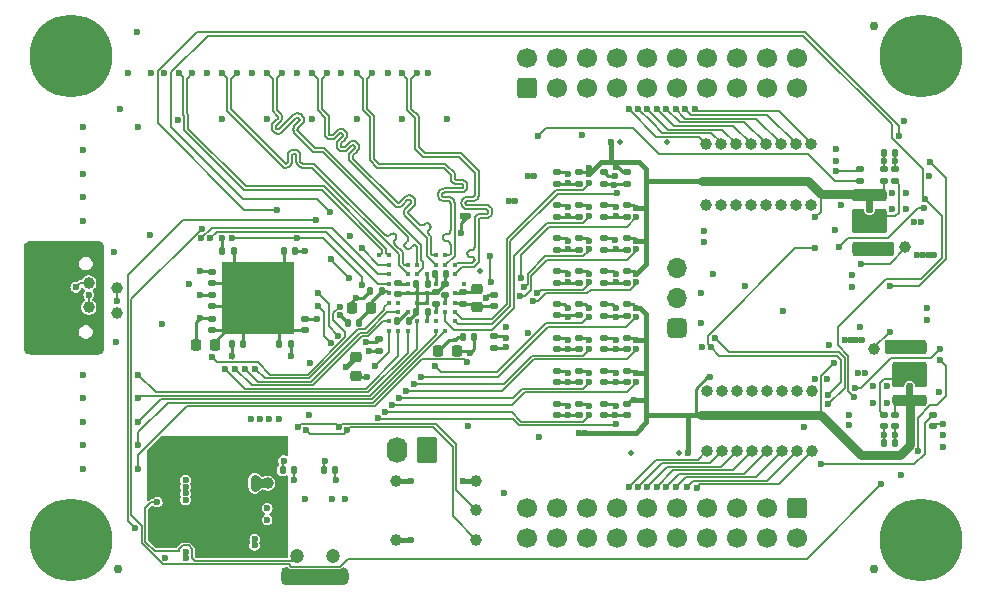
<source format=gbr>
%TF.GenerationSoftware,KiCad,Pcbnew,8.0.2-1*%
%TF.CreationDate,2024-05-28T01:52:33+02:00*%
%TF.ProjectId,glasgow,676c6173-676f-4772-9e6b-696361645f70,C3*%
%TF.SameCoordinates,Original*%
%TF.FileFunction,Copper,L4,Bot*%
%TF.FilePolarity,Positive*%
%FSLAX46Y46*%
G04 Gerber Fmt 4.6, Leading zero omitted, Abs format (unit mm)*
G04 Created by KiCad (PCBNEW 8.0.2-1) date 2024-05-28 01:52:33*
%MOMM*%
%LPD*%
G01*
G04 APERTURE LIST*
G04 Aperture macros list*
%AMRoundRect*
0 Rectangle with rounded corners*
0 $1 Rounding radius*
0 $2 $3 $4 $5 $6 $7 $8 $9 X,Y pos of 4 corners*
0 Add a 4 corners polygon primitive as box body*
4,1,4,$2,$3,$4,$5,$6,$7,$8,$9,$2,$3,0*
0 Add four circle primitives for the rounded corners*
1,1,$1+$1,$2,$3*
1,1,$1+$1,$4,$5*
1,1,$1+$1,$6,$7*
1,1,$1+$1,$8,$9*
0 Add four rect primitives between the rounded corners*
20,1,$1+$1,$2,$3,$4,$5,0*
20,1,$1+$1,$4,$5,$6,$7,0*
20,1,$1+$1,$6,$7,$8,$9,0*
20,1,$1+$1,$8,$9,$2,$3,0*%
G04 Aperture macros list end*
%TA.AperFunction,ComponentPad*%
%ADD10C,0.600000*%
%TD*%
%TA.AperFunction,SMDPad,CuDef*%
%ADD11R,6.100000X6.100000*%
%TD*%
%TA.AperFunction,ComponentPad*%
%ADD12C,1.000000*%
%TD*%
%TA.AperFunction,ComponentPad*%
%ADD13O,1.000000X1.000000*%
%TD*%
%TA.AperFunction,ComponentPad*%
%ADD14RoundRect,0.425000X0.425000X0.425000X-0.425000X0.425000X-0.425000X-0.425000X0.425000X-0.425000X0*%
%TD*%
%TA.AperFunction,ComponentPad*%
%ADD15O,1.700000X1.700000*%
%TD*%
%TA.AperFunction,ComponentPad*%
%ADD16C,0.800000*%
%TD*%
%TA.AperFunction,ComponentPad*%
%ADD17C,7.000000*%
%TD*%
%TA.AperFunction,ComponentPad*%
%ADD18RoundRect,0.250000X0.600000X-0.600000X0.600000X0.600000X-0.600000X0.600000X-0.600000X-0.600000X0*%
%TD*%
%TA.AperFunction,ComponentPad*%
%ADD19C,1.700000*%
%TD*%
%TA.AperFunction,ComponentPad*%
%ADD20O,2.100000X1.000000*%
%TD*%
%TA.AperFunction,ComponentPad*%
%ADD21O,1.600000X1.000000*%
%TD*%
%TA.AperFunction,ComponentPad*%
%ADD22RoundRect,0.249999X0.620001X0.850001X-0.620001X0.850001X-0.620001X-0.850001X0.620001X-0.850001X0*%
%TD*%
%TA.AperFunction,ComponentPad*%
%ADD23O,1.740000X2.200000*%
%TD*%
%TA.AperFunction,ComponentPad*%
%ADD24C,0.500000*%
%TD*%
%TA.AperFunction,SMDPad,CuDef*%
%ADD25RoundRect,0.050000X0.450000X0.750000X-0.450000X0.750000X-0.450000X-0.750000X0.450000X-0.750000X0*%
%TD*%
%TA.AperFunction,ComponentPad*%
%ADD26RoundRect,0.250000X-0.600000X0.600000X-0.600000X-0.600000X0.600000X-0.600000X0.600000X0.600000X0*%
%TD*%
%TA.AperFunction,ComponentPad*%
%ADD27C,1.200000*%
%TD*%
%TA.AperFunction,SMDPad,CuDef*%
%ADD28C,0.750000*%
%TD*%
%TA.AperFunction,SMDPad,CuDef*%
%ADD29RoundRect,0.147500X0.147500X0.172500X-0.147500X0.172500X-0.147500X-0.172500X0.147500X-0.172500X0*%
%TD*%
%TA.AperFunction,SMDPad,CuDef*%
%ADD30RoundRect,0.147500X0.172500X-0.147500X0.172500X0.147500X-0.172500X0.147500X-0.172500X-0.147500X0*%
%TD*%
%TA.AperFunction,SMDPad,CuDef*%
%ADD31RoundRect,0.147500X-0.172500X0.147500X-0.172500X-0.147500X0.172500X-0.147500X0.172500X0.147500X0*%
%TD*%
%TA.AperFunction,SMDPad,CuDef*%
%ADD32RoundRect,0.147500X-0.147500X-0.172500X0.147500X-0.172500X0.147500X0.172500X-0.147500X0.172500X0*%
%TD*%
%TA.AperFunction,SMDPad,CuDef*%
%ADD33RoundRect,0.218750X0.218750X0.256250X-0.218750X0.256250X-0.218750X-0.256250X0.218750X-0.256250X0*%
%TD*%
%TA.AperFunction,SMDPad,CuDef*%
%ADD34RoundRect,0.218750X-0.218750X-0.256250X0.218750X-0.256250X0.218750X0.256250X-0.218750X0.256250X0*%
%TD*%
%TA.AperFunction,SMDPad,CuDef*%
%ADD35C,1.000000*%
%TD*%
%TA.AperFunction,SMDPad,CuDef*%
%ADD36RoundRect,0.218750X0.256250X-0.218750X0.256250X0.218750X-0.256250X0.218750X-0.256250X-0.218750X0*%
%TD*%
%TA.AperFunction,SMDPad,CuDef*%
%ADD37RoundRect,0.218750X-0.256250X0.218750X-0.256250X-0.218750X0.256250X-0.218750X0.256250X0.218750X0*%
%TD*%
%TA.AperFunction,ViaPad*%
%ADD38C,0.600000*%
%TD*%
%TA.AperFunction,ViaPad*%
%ADD39C,0.400000*%
%TD*%
%TA.AperFunction,ViaPad*%
%ADD40C,0.500000*%
%TD*%
%TA.AperFunction,Conductor*%
%ADD41C,0.150000*%
%TD*%
%TA.AperFunction,Conductor*%
%ADD42C,0.250000*%
%TD*%
%TA.AperFunction,Conductor*%
%ADD43C,0.450000*%
%TD*%
%TA.AperFunction,Conductor*%
%ADD44C,0.190000*%
%TD*%
%TA.AperFunction,Conductor*%
%ADD45C,0.750000*%
%TD*%
G04 APERTURE END LIST*
D10*
%TO.P,U1,57,EP*%
%TO.N,GND*%
X17310000Y27040000D03*
X17310000Y25770000D03*
X17310000Y24500000D03*
X17310000Y23230000D03*
X17310000Y21960000D03*
X18580000Y27040000D03*
X18580000Y25770000D03*
X18580000Y24500000D03*
X18580000Y23230000D03*
X18580000Y21960000D03*
X19850000Y27040000D03*
X19850000Y25770000D03*
X19850000Y24500000D03*
D11*
X19850000Y24500000D03*
D10*
X19850000Y23230000D03*
X19850000Y21960000D03*
X21120000Y27040000D03*
X21120000Y25770000D03*
X21120000Y24500000D03*
X21120000Y23230000D03*
X21120000Y21960000D03*
X22390000Y27040000D03*
X22390000Y25770000D03*
X22390000Y24500000D03*
X22390000Y23230000D03*
X22390000Y21960000D03*
%TD*%
D12*
%TO.P,J9,1,Pin_1*%
%TO.N,/IO_Banks/IO_Buffer_A/P0*%
X57800000Y32400000D03*
D13*
%TO.P,J9,2,Pin_2*%
%TO.N,/IO_Banks/IO_Buffer_A/P1*%
X59070000Y32400000D03*
%TO.P,J9,3,Pin_3*%
%TO.N,/IO_Banks/IO_Buffer_A/P2*%
X60340000Y32400000D03*
%TO.P,J9,4,Pin_4*%
%TO.N,/IO_Banks/IO_Buffer_A/P3*%
X61610000Y32400000D03*
%TO.P,J9,5,Pin_5*%
%TO.N,/IO_Banks/IO_Buffer_A/P4*%
X62880000Y32400000D03*
%TO.P,J9,6,Pin_6*%
%TO.N,/IO_Banks/IO_Buffer_A/P5*%
X64150000Y32400000D03*
%TO.P,J9,7,Pin_7*%
%TO.N,/IO_Banks/IO_Buffer_A/P6*%
X65420000Y32400000D03*
%TO.P,J9,8,Pin_8*%
%TO.N,/IO_Banks/IO_Buffer_A/P7*%
X66690000Y32400000D03*
%TD*%
D12*
%TO.P,J6,1,Pin_1*%
%TO.N,/IO_Banks/IO_Buffer_B/Z0*%
X66700000Y11500000D03*
D13*
%TO.P,J6,2,Pin_2*%
%TO.N,/IO_Banks/IO_Buffer_B/Z1*%
X65430000Y11500000D03*
%TO.P,J6,3,Pin_3*%
%TO.N,/IO_Banks/IO_Buffer_B/Z2*%
X64160000Y11500000D03*
%TO.P,J6,4,Pin_4*%
%TO.N,/IO_Banks/IO_Buffer_B/Z3*%
X62890000Y11500000D03*
%TO.P,J6,5,Pin_5*%
%TO.N,/IO_Banks/IO_Buffer_B/Z4*%
X61620000Y11500000D03*
%TO.P,J6,6,Pin_6*%
%TO.N,/IO_Banks/IO_Buffer_B/Z5*%
X60350000Y11500000D03*
%TO.P,J6,7,Pin_7*%
%TO.N,/IO_Banks/IO_Buffer_B/Z6*%
X59080000Y11500000D03*
%TO.P,J6,8,Pin_8*%
%TO.N,/IO_Banks/IO_Buffer_B/Z7*%
X57810000Y11500000D03*
%TD*%
D12*
%TO.P,J7,1,Pin_1*%
%TO.N,/IO_Banks/IO_Buffer_B/P0*%
X66700000Y16580000D03*
D13*
%TO.P,J7,2,Pin_2*%
%TO.N,/IO_Banks/IO_Buffer_B/P1*%
X65430000Y16580000D03*
%TO.P,J7,3,Pin_3*%
%TO.N,/IO_Banks/IO_Buffer_B/P2*%
X64160000Y16580000D03*
%TO.P,J7,4,Pin_4*%
%TO.N,/IO_Banks/IO_Buffer_B/P3*%
X62890000Y16580000D03*
%TO.P,J7,5,Pin_5*%
%TO.N,/IO_Banks/IO_Buffer_B/P4*%
X61620000Y16580000D03*
%TO.P,J7,6,Pin_6*%
%TO.N,/IO_Banks/IO_Buffer_B/P5*%
X60350000Y16580000D03*
%TO.P,J7,7,Pin_7*%
%TO.N,/IO_Banks/IO_Buffer_B/P6*%
X59080000Y16580000D03*
%TO.P,J7,8,Pin_8*%
%TO.N,/IO_Banks/IO_Buffer_B/P7*%
X57810000Y16580000D03*
%TD*%
D14*
%TO.P,J10,1,Pin_1*%
%TO.N,GND*%
X55270000Y21960000D03*
D15*
%TO.P,J10,2,Pin_2*%
%TO.N,Net-(D12-K)*%
X55270000Y24500000D03*
%TO.P,J10,3,Pin_3*%
%TO.N,Net-(D13-K)*%
X55270000Y27040000D03*
%TD*%
D16*
%TO.P,MK1,1,1*%
%TO.N,GND*%
X1375000Y4000000D03*
X2143845Y5856155D03*
X2143845Y2143845D03*
X4000000Y6625000D03*
D17*
X4000000Y4000000D03*
D16*
X4000000Y1375000D03*
X5856155Y5856155D03*
X5856155Y2143845D03*
X6625000Y4000000D03*
%TD*%
%TO.P,MK2,1,1*%
%TO.N,GND*%
X1375000Y45000000D03*
X2143845Y46856155D03*
X2143845Y43143845D03*
X4000000Y47625000D03*
D17*
X4000000Y45000000D03*
D16*
X4000000Y42375000D03*
X5856155Y46856155D03*
X5856155Y43143845D03*
X6625000Y45000000D03*
%TD*%
%TO.P,MK4,1,1*%
%TO.N,GND*%
X73375000Y4000000D03*
X74143845Y5856155D03*
X74143845Y2143845D03*
X76000000Y6625000D03*
D17*
X76000000Y4000000D03*
D16*
X76000000Y1375000D03*
X77856155Y5856155D03*
X77856155Y2143845D03*
X78625000Y4000000D03*
%TD*%
%TO.P,MK3,1,1*%
%TO.N,GND*%
X73375000Y45000000D03*
X74143845Y46856155D03*
X74143845Y43143845D03*
X76000000Y47625000D03*
D17*
X76000000Y45000000D03*
D16*
X76000000Y42375000D03*
X77856155Y46856155D03*
X77856155Y43143845D03*
X78625000Y45000000D03*
%TD*%
D12*
%TO.P,J8,1,Pin_1*%
%TO.N,/IO_Banks/IO_Buffer_A/Z0*%
X57800000Y37500000D03*
D13*
%TO.P,J8,2,Pin_2*%
%TO.N,/IO_Banks/IO_Buffer_A/Z1*%
X59070000Y37500000D03*
%TO.P,J8,3,Pin_3*%
%TO.N,/IO_Banks/IO_Buffer_A/Z2*%
X60340000Y37500000D03*
%TO.P,J8,4,Pin_4*%
%TO.N,/IO_Banks/IO_Buffer_A/Z3*%
X61610000Y37500000D03*
%TO.P,J8,5,Pin_5*%
%TO.N,/IO_Banks/IO_Buffer_A/Z4*%
X62880000Y37500000D03*
%TO.P,J8,6,Pin_6*%
%TO.N,/IO_Banks/IO_Buffer_A/Z5*%
X64150000Y37500000D03*
%TO.P,J8,7,Pin_7*%
%TO.N,/IO_Banks/IO_Buffer_A/Z6*%
X65420000Y37500000D03*
%TO.P,J8,8,Pin_8*%
%TO.N,/IO_Banks/IO_Buffer_A/Z7*%
X66690000Y37500000D03*
%TD*%
D18*
%TO.P,J2,1,Pin_1*%
%TO.N,/IO_Banks/IO_Buffer_A/VSENSE*%
X42570000Y42280000D03*
D19*
%TO.P,J2,2,Pin_2*%
%TO.N,/IO_Banks/VIOA*%
X42570000Y44820000D03*
%TO.P,J2,3,Pin_3*%
%TO.N,/IO_Banks/IO_Buffer_A/Z0*%
X45110000Y42280000D03*
%TO.P,J2,4,Pin_4*%
%TO.N,GND*%
X45110000Y44820000D03*
%TO.P,J2,5,Pin_5*%
%TO.N,/IO_Banks/IO_Buffer_A/Z1*%
X47650000Y42280000D03*
%TO.P,J2,6,Pin_6*%
%TO.N,GND*%
X47650000Y44820000D03*
%TO.P,J2,7,Pin_7*%
%TO.N,/IO_Banks/IO_Buffer_A/Z2*%
X50190000Y42280000D03*
%TO.P,J2,8,Pin_8*%
%TO.N,GND*%
X50190000Y44820000D03*
%TO.P,J2,9,Pin_9*%
%TO.N,/IO_Banks/IO_Buffer_A/Z3*%
X52730000Y42280000D03*
%TO.P,J2,10,Pin_10*%
%TO.N,GND*%
X52730000Y44820000D03*
%TO.P,J2,11,Pin_11*%
%TO.N,/IO_Banks/IO_Buffer_A/Z4*%
X55270000Y42280000D03*
%TO.P,J2,12,Pin_12*%
%TO.N,GND*%
X55270000Y44820000D03*
%TO.P,J2,13,Pin_13*%
%TO.N,/IO_Banks/IO_Buffer_A/Z5*%
X57810000Y42280000D03*
%TO.P,J2,14,Pin_14*%
%TO.N,GND*%
X57810000Y44820000D03*
%TO.P,J2,15,Pin_15*%
%TO.N,/IO_Banks/IO_Buffer_A/Z6*%
X60350000Y42280000D03*
%TO.P,J2,16,Pin_16*%
%TO.N,GND*%
X60350000Y44820000D03*
%TO.P,J2,17,Pin_17*%
%TO.N,/IO_Banks/IO_Buffer_A/Z7*%
X62890000Y42280000D03*
%TO.P,J2,18,Pin_18*%
%TO.N,GND*%
X62890000Y44820000D03*
%TO.P,J2,19,Pin_19*%
%TO.N,unconnected-(J2-Pin_19-Pad19)*%
X65430000Y42280000D03*
%TO.P,J2,20,Pin_20*%
%TO.N,unconnected-(J2-Pin_20-Pad20)*%
X65430000Y44820000D03*
%TD*%
D20*
%TO.P,J1,S1,SHIELD*%
%TO.N,/SHLD*%
X5780000Y28820000D03*
D21*
X1600000Y28820000D03*
D20*
X5780000Y20180000D03*
D21*
X1600000Y20180000D03*
%TD*%
D22*
%TO.P,J4,1,Pin_1*%
%TO.N,GND*%
X34100000Y11600000D03*
D23*
%TO.P,J4,2,Pin_2*%
%TO.N,/IO_Banks/~{SYNC}*%
X31560000Y11600000D03*
%TD*%
D24*
%TO.P,U8,7,GND*%
%TO.N,GND*%
X15900000Y4450000D03*
D25*
X15900000Y5000000D03*
D24*
X15900000Y5550000D03*
%TD*%
%TO.P,U36,7,GND*%
%TO.N,GND*%
X15900000Y9550000D03*
D25*
X15900000Y10100000D03*
D24*
X15900000Y10650000D03*
%TD*%
D26*
%TO.P,J3,1,Pin_1*%
%TO.N,/IO_Banks/IO_Buffer_B/VSENSE*%
X65430000Y6720000D03*
D19*
%TO.P,J3,2,Pin_2*%
%TO.N,/IO_Banks/VIOB*%
X65430000Y4180000D03*
%TO.P,J3,3,Pin_3*%
%TO.N,/IO_Banks/IO_Buffer_B/Z0*%
X62890000Y6720000D03*
%TO.P,J3,4,Pin_4*%
%TO.N,GND*%
X62890000Y4180000D03*
%TO.P,J3,5,Pin_5*%
%TO.N,/IO_Banks/IO_Buffer_B/Z1*%
X60350000Y6720000D03*
%TO.P,J3,6,Pin_6*%
%TO.N,GND*%
X60350000Y4180000D03*
%TO.P,J3,7,Pin_7*%
%TO.N,/IO_Banks/IO_Buffer_B/Z2*%
X57810000Y6720000D03*
%TO.P,J3,8,Pin_8*%
%TO.N,GND*%
X57810000Y4180000D03*
%TO.P,J3,9,Pin_9*%
%TO.N,/IO_Banks/IO_Buffer_B/Z3*%
X55270000Y6720000D03*
%TO.P,J3,10,Pin_10*%
%TO.N,GND*%
X55270000Y4180000D03*
%TO.P,J3,11,Pin_11*%
%TO.N,/IO_Banks/IO_Buffer_B/Z4*%
X52730000Y6720000D03*
%TO.P,J3,12,Pin_12*%
%TO.N,GND*%
X52730000Y4180000D03*
%TO.P,J3,13,Pin_13*%
%TO.N,/IO_Banks/IO_Buffer_B/Z5*%
X50190000Y6720000D03*
%TO.P,J3,14,Pin_14*%
%TO.N,GND*%
X50190000Y4180000D03*
%TO.P,J3,15,Pin_15*%
%TO.N,/IO_Banks/IO_Buffer_B/Z6*%
X47650000Y6720000D03*
%TO.P,J3,16,Pin_16*%
%TO.N,GND*%
X47650000Y4180000D03*
%TO.P,J3,17,Pin_17*%
%TO.N,/IO_Banks/IO_Buffer_B/Z7*%
X45110000Y6720000D03*
%TO.P,J3,18,Pin_18*%
%TO.N,GND*%
X45110000Y4180000D03*
%TO.P,J3,19,Pin_19*%
%TO.N,unconnected-(J3-Pin_19-Pad19)*%
X42570000Y6720000D03*
%TO.P,J3,20,Pin_20*%
%TO.N,unconnected-(J3-Pin_20-Pad20)*%
X42570000Y4180000D03*
%TD*%
D27*
%TO.P,SW1,1,1*%
%TO.N,GND*%
X26150000Y2620000D03*
%TO.P,SW1,2,2*%
%TO.N,/~{MR}*%
X23150000Y2620000D03*
%TO.P,SW1,3,3*%
%TO.N,/SWSH*%
X24650000Y770000D03*
%TD*%
D28*
%TO.P,FID4,*%
%TO.N,*%
X8000000Y1500000D03*
%TD*%
%TO.P,FID5,*%
%TO.N,*%
X72000000Y47500000D03*
%TD*%
D29*
%TO.P,C23,1*%
%TO.N,+3V3*%
X34185000Y23300000D03*
%TO.P,C23,2*%
%TO.N,GND*%
X33215000Y23300000D03*
%TD*%
D30*
%TO.P,C77,1*%
%TO.N,+1V2*%
X34900000Y24015000D03*
%TO.P,C77,2*%
%TO.N,GND*%
X34900000Y24985000D03*
%TD*%
D31*
%TO.P,C48,1*%
%TO.N,+3V3*%
X49150000Y26735000D03*
%TO.P,C48,2*%
%TO.N,GND*%
X49150000Y25765000D03*
%TD*%
%TO.P,C49,1*%
%TO.N,/IO_Banks/VIOA*%
X51050000Y35135000D03*
%TO.P,C49,2*%
%TO.N,GND*%
X51050000Y34165000D03*
%TD*%
%TO.P,C52,1*%
%TO.N,/IO_Banks/VIOA*%
X51050000Y26735000D03*
%TO.P,C52,2*%
%TO.N,GND*%
X51050000Y25765000D03*
%TD*%
%TO.P,C64,1*%
%TO.N,/IO_Banks/VIOB*%
X47050000Y23985000D03*
%TO.P,C64,2*%
%TO.N,GND*%
X47050000Y23015000D03*
%TD*%
%TO.P,C40,1*%
%TO.N,/IO_Banks/VIOA*%
X47050000Y29535000D03*
%TO.P,C40,2*%
%TO.N,GND*%
X47050000Y28565000D03*
%TD*%
%TO.P,C68,1*%
%TO.N,+3V3*%
X49150000Y23935000D03*
%TO.P,C68,2*%
%TO.N,GND*%
X49150000Y22965000D03*
%TD*%
%TO.P,C69,1*%
%TO.N,+3V3*%
X49150000Y21135000D03*
%TO.P,C69,2*%
%TO.N,GND*%
X49150000Y20165000D03*
%TD*%
%TO.P,C70,1*%
%TO.N,+3V3*%
X49150000Y18335000D03*
%TO.P,C70,2*%
%TO.N,GND*%
X49150000Y17365000D03*
%TD*%
%TO.P,C71,1*%
%TO.N,+3V3*%
X49150000Y15535000D03*
%TO.P,C71,2*%
%TO.N,GND*%
X49150000Y14565000D03*
%TD*%
%TO.P,C72,1*%
%TO.N,/IO_Banks/VIOB*%
X51050000Y23935000D03*
%TO.P,C72,2*%
%TO.N,GND*%
X51050000Y22965000D03*
%TD*%
%TO.P,C73,1*%
%TO.N,/IO_Banks/VIOB*%
X51050000Y21135000D03*
%TO.P,C73,2*%
%TO.N,GND*%
X51050000Y20165000D03*
%TD*%
%TO.P,C74,1*%
%TO.N,/IO_Banks/VIOB*%
X51050000Y18335000D03*
%TO.P,C74,2*%
%TO.N,GND*%
X51050000Y17365000D03*
%TD*%
D32*
%TO.P,C18,1*%
%TO.N,+1V2*%
X31615000Y22500000D03*
%TO.P,C18,2*%
%TO.N,GND*%
X32585000Y22500000D03*
%TD*%
D29*
%TO.P,C33,1*%
%TO.N,/IO_Banks/VIO_AUX*%
X34185000Y25700000D03*
%TO.P,C33,2*%
%TO.N,GND*%
X33215000Y25700000D03*
%TD*%
%TO.P,C78,1*%
%TO.N,/VCCPLL0*%
X30300000Y25100000D03*
%TO.P,C78,2*%
%TO.N,/GNDPLL0*%
X29330000Y25100000D03*
%TD*%
%TO.P,R31,1*%
%TO.N,/VCCPLL0*%
X28385000Y22400000D03*
%TO.P,R31,2*%
%TO.N,+1V2*%
X27415000Y22400000D03*
%TD*%
D33*
%TO.P,C76,1*%
%TO.N,/VCCPLL0*%
X29387500Y23600000D03*
%TO.P,C76,2*%
%TO.N,/GNDPLL0*%
X27812500Y23600000D03*
%TD*%
D32*
%TO.P,C24,1*%
%TO.N,+1V2*%
X34815000Y26500000D03*
%TO.P,C24,2*%
%TO.N,GND*%
X35785000Y26500000D03*
%TD*%
%TO.P,C7,1*%
%TO.N,+3V3*%
X16815000Y28450000D03*
%TO.P,C7,2*%
%TO.N,GND*%
X17785000Y28450000D03*
%TD*%
D29*
%TO.P,C6,1*%
%TO.N,+3V3*%
X22585000Y20550000D03*
%TO.P,C6,2*%
%TO.N,GND*%
X21615000Y20550000D03*
%TD*%
D31*
%TO.P,C9,1*%
%TO.N,+3V3*%
X15900000Y26720000D03*
%TO.P,C9,2*%
%TO.N,GND*%
X15900000Y25750000D03*
%TD*%
D32*
%TO.P,C10,1*%
%TO.N,+3V3*%
X17615000Y20550000D03*
%TO.P,C10,2*%
%TO.N,GND*%
X18585000Y20550000D03*
%TD*%
D29*
%TO.P,C5,1*%
%TO.N,+3V3*%
X22985000Y28450000D03*
%TO.P,C5,2*%
%TO.N,GND*%
X22015000Y28450000D03*
%TD*%
D34*
%TO.P,C1,1*%
%TO.N,+3V3*%
X14612500Y20500000D03*
%TO.P,C1,2*%
%TO.N,GND*%
X16187500Y20500000D03*
%TD*%
D31*
%TO.P,C2,1*%
%TO.N,+3V3*%
X15900000Y22735000D03*
%TO.P,C2,2*%
%TO.N,GND*%
X15900000Y21765000D03*
%TD*%
%TO.P,C3,1*%
%TO.N,+3V3*%
X15900000Y24735000D03*
%TO.P,C3,2*%
%TO.N,GND*%
X15900000Y23765000D03*
%TD*%
%TO.P,C4,1*%
%TO.N,+3V3*%
X23800000Y22720000D03*
%TO.P,C4,2*%
%TO.N,GND*%
X23800000Y21750000D03*
%TD*%
D30*
%TO.P,C81,1*%
%TO.N,+3V3*%
X30050000Y20015000D03*
%TO.P,C81,2*%
%TO.N,GND*%
X30050000Y20985000D03*
%TD*%
%TO.P,R32,1*%
%TO.N,/VCCPLL1*%
X39850000Y23765000D03*
%TO.P,R32,2*%
%TO.N,+1V2*%
X39850000Y24735000D03*
%TD*%
D31*
%TO.P,C38,1*%
%TO.N,/IO_Banks/VIOA*%
X47050000Y35135000D03*
%TO.P,C38,2*%
%TO.N,GND*%
X47050000Y34165000D03*
%TD*%
%TO.P,C34,1*%
%TO.N,+3V3*%
X45150000Y35135000D03*
%TO.P,C34,2*%
%TO.N,GND*%
X45150000Y34165000D03*
%TD*%
%TO.P,C60,1*%
%TO.N,+3V3*%
X45150000Y23985000D03*
%TO.P,C60,2*%
%TO.N,GND*%
X45150000Y23015000D03*
%TD*%
%TO.P,C65,1*%
%TO.N,/IO_Banks/VIOB*%
X47050000Y21135000D03*
%TO.P,C65,2*%
%TO.N,GND*%
X47050000Y20165000D03*
%TD*%
%TO.P,C61,1*%
%TO.N,+3V3*%
X45150000Y21135000D03*
%TO.P,C61,2*%
%TO.N,GND*%
X45150000Y20165000D03*
%TD*%
%TO.P,C62,1*%
%TO.N,+3V3*%
X45150000Y18335000D03*
%TO.P,C62,2*%
%TO.N,GND*%
X45150000Y17365000D03*
%TD*%
%TO.P,C66,1*%
%TO.N,/IO_Banks/VIOB*%
X47050000Y18335000D03*
%TO.P,C66,2*%
%TO.N,GND*%
X47050000Y17365000D03*
%TD*%
%TO.P,C63,1*%
%TO.N,+3V3*%
X45150000Y15535000D03*
%TO.P,C63,2*%
%TO.N,GND*%
X45150000Y14565000D03*
%TD*%
%TO.P,C67,1*%
%TO.N,/IO_Banks/VIOB*%
X47050000Y15535000D03*
%TO.P,C67,2*%
%TO.N,GND*%
X47050000Y14565000D03*
%TD*%
%TO.P,C35,1*%
%TO.N,+3V3*%
X45150000Y32335000D03*
%TO.P,C35,2*%
%TO.N,GND*%
X45150000Y31365000D03*
%TD*%
%TO.P,C37,1*%
%TO.N,+3V3*%
X45150000Y26735000D03*
%TO.P,C37,2*%
%TO.N,GND*%
X45150000Y25765000D03*
%TD*%
%TO.P,C36,1*%
%TO.N,+3V3*%
X45150000Y29535000D03*
%TO.P,C36,2*%
%TO.N,GND*%
X45150000Y28565000D03*
%TD*%
%TO.P,C25,1*%
%TO.N,+1V2*%
X31700000Y25785000D03*
%TO.P,C25,2*%
%TO.N,GND*%
X31700000Y24815000D03*
%TD*%
%TO.P,C42,1*%
%TO.N,+3V3*%
X49150000Y35135000D03*
%TO.P,C42,2*%
%TO.N,GND*%
X49150000Y34165000D03*
%TD*%
%TO.P,C43,1*%
%TO.N,+3V3*%
X49150000Y32335000D03*
%TO.P,C43,2*%
%TO.N,GND*%
X49150000Y31365000D03*
%TD*%
%TO.P,C47,1*%
%TO.N,+3V3*%
X49150000Y29535000D03*
%TO.P,C47,2*%
%TO.N,GND*%
X49150000Y28565000D03*
%TD*%
%TO.P,C41,1*%
%TO.N,/IO_Banks/VIOA*%
X47050000Y26735000D03*
%TO.P,C41,2*%
%TO.N,GND*%
X47050000Y25765000D03*
%TD*%
D28*
%TO.P,FID6,*%
%TO.N,*%
X72000000Y1500000D03*
%TD*%
D34*
%TO.P,C19,1*%
%TO.N,+3V3*%
X35112500Y20000000D03*
%TO.P,C19,2*%
%TO.N,GND*%
X36687500Y20000000D03*
%TD*%
D35*
%TO.P,TP12,1,1*%
%TO.N,GND*%
X38300000Y9000000D03*
%TD*%
%TO.P,TP11,1,1*%
%TO.N,/SCL*%
X38300000Y6500000D03*
%TD*%
%TO.P,TP10,1,1*%
%TO.N,/SDA*%
X38300000Y4000000D03*
%TD*%
%TO.P,TP8,1,1*%
%TO.N,+5V*%
X31500000Y4000000D03*
%TD*%
%TO.P,TP9,1,1*%
%TO.N,+3V3*%
X31500000Y9000000D03*
%TD*%
%TO.P,TP13,1,1*%
%TO.N,/xVBUS*%
X5500000Y25750000D03*
%TD*%
%TO.P,TP14,1,1*%
%TO.N,GND*%
X7900000Y23200000D03*
%TD*%
%TO.P,TP16,1,1*%
%TO.N,/USB_N*%
X7900000Y25300000D03*
%TD*%
%TO.P,TP15,1,1*%
%TO.N,/USB_P*%
X5500000Y23700000D03*
%TD*%
D36*
%TO.P,C80,1*%
%TO.N,/VCCPLL1*%
X38400000Y23712500D03*
%TO.P,C80,2*%
%TO.N,/GNDPLL1*%
X38400000Y25287500D03*
%TD*%
D31*
%TO.P,C85,1*%
%TO.N,+3V3*%
X39800000Y21235000D03*
%TO.P,C85,2*%
%TO.N,GND*%
X39800000Y20265000D03*
%TD*%
D30*
%TO.P,C21,1*%
%TO.N,+3V3*%
X35700000Y24715000D03*
%TO.P,C21,2*%
%TO.N,GND*%
X35700000Y25685000D03*
%TD*%
%TO.P,C79,1*%
%TO.N,/VCCPLL1*%
X37200000Y24015000D03*
%TO.P,C79,2*%
%TO.N,/GNDPLL1*%
X37200000Y24985000D03*
%TD*%
D35*
%TO.P,TP17,1,1*%
%TO.N,+1V2*%
X20650000Y8800000D03*
%TD*%
D37*
%TO.P,R48,1*%
%TO.N,/IO_Banks/IO_Buffer_B/ISNS_H*%
X74050000Y17387500D03*
%TO.P,R48,2*%
%TO.N,/IO_Banks/VIOB*%
X74050000Y15812500D03*
%TD*%
D36*
%TO.P,R49,1*%
%TO.N,/IO_Banks/IO_Buffer_A/ISNS_H*%
X72550000Y31612500D03*
%TO.P,R49,2*%
%TO.N,/IO_Banks/VIOA*%
X72550000Y33187500D03*
%TD*%
D35*
%TO.P,TP18,1,1*%
%TO.N,/IO_Banks/IO_Buffer_B/VDAC*%
X72000000Y20200000D03*
%TD*%
%TO.P,TP19,1,1*%
%TO.N,/IO_Banks/IO_Buffer_A/VDAC*%
X74600000Y28800000D03*
%TD*%
D31*
%TO.P,C75,1*%
%TO.N,/IO_Banks/VIOB*%
X51050000Y15535000D03*
%TO.P,C75,2*%
%TO.N,GND*%
X51050000Y14565000D03*
%TD*%
%TO.P,C51,1*%
%TO.N,/IO_Banks/VIOA*%
X51050000Y29535000D03*
%TO.P,C51,2*%
%TO.N,GND*%
X51050000Y28565000D03*
%TD*%
%TO.P,C39,1*%
%TO.N,/IO_Banks/VIOA*%
X47050000Y32335000D03*
%TO.P,C39,2*%
%TO.N,GND*%
X47050000Y31365000D03*
%TD*%
%TO.P,C50,1*%
%TO.N,/IO_Banks/VIOA*%
X51050000Y32335000D03*
%TO.P,C50,2*%
%TO.N,GND*%
X51050000Y31365000D03*
%TD*%
D29*
%TO.P,C44,1*%
%TO.N,Net-(U12-Vin-)*%
X73785000Y12200000D03*
%TO.P,C44,2*%
%TO.N,Net-(U12-Vin+)*%
X72815000Y12200000D03*
%TD*%
D32*
%TO.P,C58,1*%
%TO.N,Net-(U21-Vin-)*%
X72815000Y36800000D03*
%TO.P,C58,2*%
%TO.N,Net-(U21-Vin+)*%
X73785000Y36800000D03*
%TD*%
D31*
%TO.P,R25,1*%
%TO.N,/IO_Banks/VIOB*%
X73800000Y14585000D03*
%TO.P,R25,2*%
%TO.N,Net-(U12-Vin-)*%
X73800000Y13615000D03*
%TD*%
D30*
%TO.P,R54,1*%
%TO.N,/IO_Banks/VIOA*%
X72800000Y34415000D03*
%TO.P,R54,2*%
%TO.N,Net-(U21-Vin-)*%
X72800000Y35385000D03*
%TD*%
D37*
%TO.P,R6,1*%
%TO.N,Net-(U14-OUT)*%
X75950000Y20187500D03*
%TO.P,R6,2*%
%TO.N,/IO_Banks/IO_Buffer_B/ISNS_H*%
X75950000Y18612500D03*
%TD*%
%TO.P,R7,1*%
%TO.N,Net-(U14-OUT)*%
X74050000Y20187500D03*
%TO.P,R7,2*%
%TO.N,/IO_Banks/IO_Buffer_B/ISNS_H*%
X74050000Y18612500D03*
%TD*%
D36*
%TO.P,R8,1*%
%TO.N,Net-(U31-OUT)*%
X70650000Y28812500D03*
%TO.P,R8,2*%
%TO.N,/IO_Banks/IO_Buffer_A/ISNS_H*%
X70650000Y30387500D03*
%TD*%
%TO.P,R56,1*%
%TO.N,Net-(U31-OUT)*%
X72550000Y28812500D03*
%TO.P,R56,2*%
%TO.N,/IO_Banks/IO_Buffer_A/ISNS_H*%
X72550000Y30387500D03*
%TD*%
D32*
%TO.P,C17,1*%
%TO.N,+3V3*%
X25415000Y9900000D03*
%TO.P,C17,2*%
%TO.N,GND*%
X26385000Y9900000D03*
%TD*%
%TO.P,C15,1*%
%TO.N,+3V3*%
X21915000Y9900000D03*
%TO.P,C15,2*%
%TO.N,GND*%
X22885000Y9900000D03*
%TD*%
%TO.P,C20,1*%
%TO.N,+3V3*%
X37165000Y21200000D03*
%TO.P,C20,2*%
%TO.N,GND*%
X38135000Y21200000D03*
%TD*%
D37*
%TO.P,C14,1*%
%TO.N,+1V2*%
X28150000Y19462500D03*
%TO.P,C14,2*%
%TO.N,GND*%
X28150000Y17887500D03*
%TD*%
D31*
%TO.P,R24,1*%
%TO.N,/IO_Banks/IO_Buffer_B/ISNS_H*%
X72800000Y14585000D03*
%TO.P,R24,2*%
%TO.N,Net-(U12-Vin+)*%
X72800000Y13615000D03*
%TD*%
D30*
%TO.P,R30,1*%
%TO.N,/IO_Banks/IO_Buffer_A/ISNS_H*%
X73800000Y34415000D03*
%TO.P,R30,2*%
%TO.N,Net-(U21-Vin+)*%
X73800000Y35385000D03*
%TD*%
%TO.P,R59,1*%
%TO.N,Net-(U12-Vbus)*%
X77000000Y13615000D03*
%TO.P,R59,2*%
%TO.N,/IO_Banks/IO_Buffer_B/VSENSE*%
X77000000Y14585000D03*
%TD*%
D31*
%TO.P,R60,1*%
%TO.N,Net-(U21-Vbus)*%
X70800000Y35385000D03*
%TO.P,R60,2*%
%TO.N,/IO_Banks/IO_Buffer_A/VSENSE*%
X70800000Y34415000D03*
%TD*%
D37*
%TO.P,R50,1*%
%TO.N,/IO_Banks/IO_Buffer_B/ISNS_H*%
X75950000Y17387500D03*
%TO.P,R50,2*%
%TO.N,/IO_Banks/VIOB*%
X75950000Y15812500D03*
%TD*%
D36*
%TO.P,R51,1*%
%TO.N,/IO_Banks/IO_Buffer_A/ISNS_H*%
X70650000Y31612500D03*
%TO.P,R51,2*%
%TO.N,/IO_Banks/VIOA*%
X70650000Y33187500D03*
%TD*%
D38*
%TO.N,/SDA*%
X27400000Y13299902D03*
X38300000Y4000000D03*
X76700000Y36000000D03*
X17899998Y18500000D03*
X23900000Y13300000D03*
X68100000Y16300000D03*
X58200006Y20300000D03*
X73300000Y25500000D03*
D39*
X30900000Y22500000D03*
D38*
X67000000Y28700000D03*
D39*
%TO.N,+3V3*%
X34100000Y22500000D03*
D38*
X17600000Y19550000D03*
X14900000Y26750000D03*
X22600000Y19550000D03*
X14900000Y22750000D03*
X16800000Y29550000D03*
X23800000Y28450000D03*
X14900000Y24750000D03*
X46100000Y26550000D03*
X19550000Y4050000D03*
X76500000Y22600000D03*
X43599998Y12700000D03*
X50100000Y20950000D03*
D39*
X31700000Y24100000D03*
D38*
X9600000Y47000000D03*
X68800000Y37100000D03*
X25500000Y10700000D03*
X58350000Y26500000D03*
X68200000Y20500000D03*
X46100000Y29350000D03*
D39*
X36500000Y20900000D03*
D38*
X46100000Y18150000D03*
X37650000Y13650000D03*
X50100153Y15359371D03*
X66975090Y17600000D03*
X77800000Y11900000D03*
X50100000Y32150000D03*
X27600000Y29700000D03*
X50100000Y18150000D03*
X9700000Y39000000D03*
X24150000Y14600000D03*
X50100000Y26550000D03*
X70100000Y26400000D03*
X46100000Y23650000D03*
X11989606Y2491204D03*
X20600000Y5715000D03*
X50100000Y23650000D03*
X46100000Y15350000D03*
X46100000Y20950000D03*
X46100000Y32150000D03*
D39*
X35700000Y24100000D03*
D38*
X8800006Y43500000D03*
X32800000Y9000000D03*
X50093878Y34826788D03*
X40800000Y21100000D03*
X50093477Y29356523D03*
X24800000Y22700000D03*
X26100000Y7500000D03*
X19543821Y3549811D03*
X22000000Y10700000D03*
X46100000Y34950000D03*
X29200010Y20000000D03*
X69900000Y13700000D03*
X57550000Y30150000D03*
%TO.N,GND*%
X17200000Y11600000D03*
X17200000Y12200000D03*
X14600000Y11600000D03*
X14600000Y12200000D03*
X20000000Y14200000D03*
X19200000Y14200000D03*
X20800000Y14200000D03*
X21600000Y14200000D03*
X57300000Y24900000D03*
X8150000Y40450000D03*
X14600000Y7100000D03*
X18500000Y6550000D03*
X17200000Y7100000D03*
X17850000Y7750000D03*
X17200000Y6500000D03*
X14600000Y6500000D03*
D40*
X54450000Y37650000D03*
D38*
X74700000Y32000000D03*
X76500000Y23600000D03*
X73500000Y33400000D03*
X73500000Y32000000D03*
X70600000Y18100000D03*
X5050010Y14000000D03*
X50100000Y17400000D03*
X50100000Y22900000D03*
X61100000Y25500000D03*
X5049976Y33000000D03*
X50100000Y28600000D03*
X40800000Y20350000D03*
X19299996Y43500000D03*
X26400000Y9100000D03*
D39*
X33300000Y24100000D03*
D38*
X37200010Y9000000D03*
X29100000Y17800000D03*
X50087874Y14609560D03*
X23100006Y43500000D03*
X7800000Y20800006D03*
X14000000Y25650000D03*
X11900000Y43499998D03*
X75400000Y30900000D03*
X28200000Y39600000D03*
D39*
X32500000Y24900000D03*
D38*
X46100000Y25800000D03*
X5050000Y16000000D03*
X74700000Y33400000D03*
X5050004Y10000000D03*
X46100000Y34200000D03*
D40*
X50450000Y37650000D03*
D38*
X46100000Y22900000D03*
X7600000Y28400000D03*
X18500000Y11650000D03*
X23800000Y7500000D03*
X70800000Y22000000D03*
X73100000Y15600000D03*
D39*
X34100000Y24900000D03*
D38*
X5050000Y31000000D03*
X5050002Y35000000D03*
X15500000Y43500000D03*
X71900000Y17000000D03*
X5050000Y37000000D03*
X10799901Y43500000D03*
X50013397Y34081208D03*
D40*
X7900000Y23200000D03*
D38*
X5050000Y12000000D03*
X57300000Y22400000D03*
X35800000Y39600000D03*
X47300000Y38300000D03*
X50100000Y31400000D03*
X11720180Y22250009D03*
X40800000Y22000000D03*
X73100000Y17000000D03*
X27200000Y7500000D03*
X24250000Y18950000D03*
X68800000Y36100000D03*
X46100000Y20200000D03*
X64300000Y23400000D03*
X77500000Y16500000D03*
X46100000Y31400000D03*
X37799998Y19831889D03*
X30800012Y43500000D03*
X74500000Y39500000D03*
X66100000Y13600000D03*
X43200000Y34800000D03*
X71900000Y15600000D03*
D39*
X33300000Y24900000D03*
D38*
X46100000Y14600000D03*
X21280000Y3690000D03*
X10650000Y29800000D03*
X20600000Y39600000D03*
X42700000Y34800000D03*
X11900000Y10200000D03*
X74300000Y9500000D03*
X22900000Y9100000D03*
X5050000Y39000000D03*
X26899998Y43500000D03*
X17850000Y2774910D03*
X57400000Y20300000D03*
X32000000Y39600000D03*
X68700000Y30200000D03*
X24400000Y39600000D03*
D40*
X55450000Y11350000D03*
X51450000Y11350000D03*
D38*
X29000000Y20730358D03*
X50100000Y20200000D03*
X69200000Y32400000D03*
X76650000Y34850000D03*
X71200000Y18100000D03*
X5050000Y18000000D03*
X13024910Y39591062D03*
X50100000Y25800000D03*
X70100000Y25400000D03*
X57550000Y29200000D03*
X16800000Y39600000D03*
X46100000Y28600000D03*
X77800000Y12900000D03*
X34200075Y43499994D03*
X76000000Y30900000D03*
D39*
X34100000Y24100000D03*
D38*
X68024910Y17600000D03*
X46100000Y17400000D03*
X69900000Y14600000D03*
%TO.N,/SCL*%
X17000000Y18500000D03*
X68100000Y15500000D03*
X23200000Y13600000D03*
D39*
X31700000Y21700000D03*
D38*
X38300000Y6500000D03*
X58500000Y21100000D03*
X26700000Y13600000D03*
%TO.N,+5V*%
X13700000Y7950000D03*
X13700000Y3000038D03*
X13700000Y7400000D03*
X40700000Y8000000D03*
X76600000Y28100000D03*
X77100000Y28100000D03*
X13700000Y2449820D03*
X76100000Y28100000D03*
X71000000Y20900000D03*
X75600000Y28100000D03*
X13700000Y9050000D03*
X69500000Y20900000D03*
X32800000Y4000000D03*
X13700000Y8500000D03*
X70500000Y20900000D03*
X70000000Y20900000D03*
%TO.N,/~{CY_RESET}*%
X24700000Y31100000D03*
X9400014Y5000000D03*
%TO.N,/USB_P*%
X5500000Y24750000D03*
X5500000Y23700000D03*
%TO.N,/USB_N*%
X7900000Y25300000D03*
X7900000Y24205100D03*
D39*
%TO.N,/D0*%
X31700000Y23300000D03*
D38*
X18750000Y18500000D03*
%TO.N,/D1*%
X19599999Y18500000D03*
D39*
X30900000Y24100000D03*
D38*
%TO.N,/D2*%
X29700000Y18700000D03*
D39*
X30900000Y21700000D03*
D38*
%TO.N,/FPGA_DONE*%
X26600000Y21300000D03*
X24899996Y24874990D03*
%TO.N,/~{FPGA_RESET}*%
X26000000Y20700000D03*
X24902957Y23814816D03*
%TO.N,+1V2*%
X19550000Y8450000D03*
X19550000Y9150000D03*
X27300000Y18600000D03*
D39*
X34900000Y25700000D03*
X32500000Y25700000D03*
X34900000Y23300000D03*
D38*
X39100000Y24500000D03*
D39*
X32500000Y23300000D03*
D38*
X26803211Y23015765D03*
%TO.N,/CLKIF*%
X26737231Y23762769D03*
X15900000Y19500022D03*
D39*
%TO.N,/FLAGD*%
X30900000Y27300000D03*
D38*
X28600000Y28700000D03*
%TO.N,Net-(U12-Vin+)*%
X72800000Y12900000D03*
%TO.N,Net-(U12-Vin-)*%
X73800000Y12900000D03*
%TO.N,Net-(U21-Vin+)*%
X73800000Y36100000D03*
%TO.N,Net-(U21-Vin-)*%
X72800000Y36100000D03*
%TO.N,Net-(U12-Vbus)*%
X77800000Y13800000D03*
%TO.N,/~{ALERT}*%
X76300000Y32900000D03*
X27541925Y26158075D03*
X25900000Y31800002D03*
X25973150Y27805042D03*
X70299992Y16100000D03*
%TO.N,/CLKREF*%
X17600000Y29550000D03*
D39*
X37300000Y25700000D03*
D38*
X23100000Y29550000D03*
X28600000Y25600000D03*
%TO.N,/ENVB*%
X75700000Y11500000D03*
X15050002Y30350000D03*
X77600000Y19200000D03*
X72600000Y8700000D03*
%TO.N,/ENVA*%
X74100000Y38200000D03*
X21450008Y31950000D03*
D39*
%TO.N,/WR*%
X30900000Y26500000D03*
D38*
X15042375Y29543947D03*
%TO.N,/RD*%
X15800010Y29550000D03*
D39*
X30900000Y25700000D03*
%TO.N,/VCCPLL1*%
X36500000Y24100000D03*
%TO.N,/VCCPLL0*%
X30900000Y24900000D03*
%TO.N,/GNDPLL1*%
X36500000Y24900000D03*
D38*
%TO.N,/GNDPLL0*%
X28100000Y24500000D03*
%TO.N,Net-(U21-Vbus)*%
X68800000Y35200000D03*
%TO.N,/IO_Banks/IO_Buffer_B/Z0*%
X56962190Y8424910D03*
%TO.N,/IO_Banks/IO_Buffer_B/Z7*%
X51200000Y8500000D03*
%TO.N,/IO_Banks/IO_Buffer_B/Z1*%
X56147478Y8447478D03*
%TO.N,/IO_Banks/IO_Buffer_B/Z2*%
X55200000Y8462872D03*
%TO.N,/IO_Banks/IO_Buffer_B/Z3*%
X54400000Y8500000D03*
%TO.N,/IO_Banks/IO_Buffer_B/Z5*%
X52800000Y8500000D03*
%TO.N,/IO_Banks/IO_Buffer_B/Z4*%
X53600000Y8500000D03*
%TO.N,/IO_Banks/IO_Buffer_B/Z6*%
X52000000Y8500000D03*
%TO.N,/IO_Banks/IO_Buffer_A/Z0*%
X51200000Y40500000D03*
%TO.N,/IO_Banks/IO_Buffer_A/Z7*%
X56800000Y40500000D03*
%TO.N,/IO_Banks/IO_Buffer_A/Z1*%
X52000000Y40500000D03*
%TO.N,/IO_Banks/IO_Buffer_A/Z2*%
X52800000Y40500000D03*
%TO.N,/IO_Banks/IO_Buffer_A/Z3*%
X53600000Y40500000D03*
%TO.N,/IO_Banks/IO_Buffer_A/Z5*%
X55200000Y40500000D03*
%TO.N,/IO_Banks/IO_Buffer_A/Z4*%
X54400000Y40500000D03*
%TO.N,/IO_Banks/IO_Buffer_A/Z6*%
X55981323Y40523659D03*
%TO.N,/IO_Banks/QA4*%
X39600000Y25850000D03*
X39500000Y28000000D03*
D39*
%TO.N,/IO_Banks/U1*%
X32500000Y21700000D03*
D38*
X9700000Y18000000D03*
%TO.N,/IO_Banks/IO_Buffer_A/VSENSE*%
X43500000Y38200000D03*
%TO.N,/IO_Banks/VIOB*%
X75000000Y17000000D03*
X75000000Y15600000D03*
X75000000Y16300000D03*
X47050000Y13050000D03*
X51850000Y20950000D03*
X47850000Y15350000D03*
X51850000Y18150000D03*
X47850000Y18150000D03*
X58250000Y14600000D03*
X51700000Y15875600D03*
X51850000Y23650000D03*
X57750000Y14600000D03*
X58100000Y17800000D03*
X47500000Y13050000D03*
X47850000Y23650000D03*
X56200000Y11350000D03*
X68600012Y19000000D03*
X57300000Y14600000D03*
X47850000Y20950000D03*
%TO.N,/IO_Banks/VIOA*%
X49700000Y37650000D03*
X71600000Y33400000D03*
X67000000Y31300000D03*
X51828832Y32128832D03*
X47850000Y34950000D03*
X57900000Y34400000D03*
X47850000Y35450000D03*
X47850000Y26550000D03*
X57400000Y34400000D03*
X71600000Y32700000D03*
X51850000Y29350000D03*
X47850000Y32150000D03*
X47850000Y29350000D03*
X51850000Y26550000D03*
X50134260Y35575612D03*
X71600000Y32000000D03*
X58400000Y34400000D03*
D39*
%TO.N,/IO_Banks/U2*%
X33300000Y22500000D03*
D38*
X9700000Y16000000D03*
%TO.N,/IO_Banks/IO_Buffer_B/VSENSE*%
X67500000Y10400000D03*
%TO.N,/IO_Banks/U5*%
X9700000Y10000000D03*
D39*
X34900000Y22500000D03*
D38*
X37499986Y19100000D03*
%TO.N,/IO_Banks/U4*%
X9700000Y12000000D03*
D39*
X35700000Y21700000D03*
%TO.N,/IO_Banks/U3*%
X34900000Y21700000D03*
D38*
X9700000Y14000000D03*
%TO.N,/IO_Banks/Z4_P*%
X28200000Y43500000D03*
D39*
X35700000Y28100000D03*
%TO.N,/IO_Banks/Z5_P*%
X34900000Y28100000D03*
D38*
X25700000Y43500000D03*
D39*
%TO.N,/IO_Banks/Z12_N*%
X30900000Y28100000D03*
D38*
X14250000Y43500000D03*
%TO.N,/IO_Banks/Z12_P*%
X13114727Y43494675D03*
D39*
X30100000Y28100000D03*
%TO.N,/IO_Banks/Z1_N*%
X36500000Y27300000D03*
D38*
X32000000Y43500000D03*
%TO.N,/IO_Banks/Z4_N*%
X29500000Y43500000D03*
D39*
X35700000Y27300000D03*
D38*
%TO.N,/IO_Banks/Z5_N*%
X24400000Y43500000D03*
D39*
X34900000Y27300000D03*
%TO.N,/IO_Banks/Z7_N*%
X33300000Y27300000D03*
D38*
X20600000Y43500000D03*
%TO.N,/IO_Banks/Z9_P*%
X18050000Y43500000D03*
D39*
X32500000Y27300000D03*
%TO.N,/IO_Banks/Z9_N*%
X32500000Y26500000D03*
D38*
X16785000Y43515000D03*
D39*
%TO.N,/IO_Banks/Z1_P*%
X36500000Y26500000D03*
D38*
X33295000Y43505000D03*
%TO.N,/IO_Banks/VIO_AUX*%
X37050000Y30000000D03*
X41050000Y32700000D03*
X41550000Y32700000D03*
X37150000Y31400000D03*
D39*
X34100000Y26500000D03*
D38*
X37650000Y31400000D03*
D39*
%TO.N,/IO_Banks/Z7_P*%
X33300000Y26500000D03*
D38*
X21850000Y43500000D03*
D39*
%TO.N,/IO_Banks/DA0*%
X36500000Y23300000D03*
D38*
X47850000Y34200000D03*
%TO.N,/IO_Banks/DA4*%
X47850000Y28600000D03*
X42350000Y25400000D03*
%TO.N,/IO_Banks/DA6*%
X47850000Y25800000D03*
X43450000Y24900000D03*
D39*
%TO.N,/IO_Banks/DA1*%
X36500000Y22500000D03*
D38*
X50208259Y33355419D03*
%TO.N,/IO_Banks/DA3*%
X42100000Y26150072D03*
X51850603Y31379236D03*
%TO.N,/IO_Banks/DA5*%
X42045340Y24650000D03*
X51850000Y28600000D03*
%TO.N,/IO_Banks/DA7*%
X43150000Y24200000D03*
X51850000Y25800000D03*
%TO.N,/IO_Banks/DB0*%
X34799998Y18750188D03*
X47850000Y22900000D03*
%TO.N,/IO_Banks/DB4*%
X31800000Y16000000D03*
X47850000Y17400000D03*
%TO.N,/IO_Banks/DB6*%
X47850000Y14600000D03*
X30600000Y14800000D03*
%TO.N,/IO_Banks/DB1*%
X33600000Y17800000D03*
X51850000Y22900000D03*
%TO.N,/IO_Banks/DB3*%
X32400000Y16600000D03*
X51850000Y20200000D03*
%TO.N,/IO_Banks/DB5*%
X31200000Y15400000D03*
X51850000Y17400000D03*
%TO.N,/IO_Banks/DB7*%
X50100000Y13850000D03*
X30000000Y14349722D03*
%TO.N,/IO_Banks/DA2*%
X47850000Y31400000D03*
D39*
X35700000Y23300000D03*
D38*
%TO.N,/IO_Banks/DB2*%
X33000000Y17200000D03*
X47850000Y20200000D03*
%TO.N,/xVBUS*%
X4400000Y25400000D03*
%TO.N,/IO_Banks/IO_Buffer_B/VIO_EN*%
X77600000Y20200000D03*
X70400000Y16900000D03*
%TO.N,/IO_Banks/IO_Buffer_A/VIO_EN*%
X76200000Y32100000D03*
X69000000Y28800000D03*
%TO.N,/SWSH*%
X22150000Y1350000D03*
X27150000Y1350000D03*
X22150000Y550000D03*
X27150000Y550000D03*
%TO.N,/~{MR}*%
X11300000Y7200000D03*
%TO.N,/IO_Banks/IO_Buffer_B/VDAC*%
X73300000Y21600000D03*
%TO.N,/IO_Banks/IO_Buffer_A/VDAC*%
X70900000Y27400000D03*
%TO.N,Net-(U14-OUT)*%
X73200000Y20050000D03*
X73200000Y20650000D03*
X75000000Y20650000D03*
%TO.N,Net-(U31-OUT)*%
X73400000Y28350000D03*
X71600000Y28350000D03*
X73400000Y28950000D03*
%TO.N,Net-(U30A-IOT_219)*%
X42650000Y21500000D03*
D40*
X38600000Y26800000D03*
D38*
%TO.N,Net-(U3-A1)*%
X20607500Y6692500D03*
%TD*%
D41*
%TO.N,/SDA*%
X65300000Y28700000D02*
X67000000Y28700000D01*
X19299998Y17100000D02*
X17899998Y18500000D01*
X36300000Y11900000D02*
X34675099Y13524901D01*
X57900000Y20600006D02*
X57900000Y21300000D01*
X24450000Y17100000D02*
X19299998Y17100000D01*
X58200006Y20300000D02*
X58899916Y19600090D01*
X34675099Y13524901D02*
X27624999Y13524901D01*
X28605268Y21255268D02*
X24450000Y17100000D01*
X75824136Y25500000D02*
X78075090Y27750952D01*
X58899916Y19600090D02*
X68875773Y19600089D01*
X30402224Y22500000D02*
X29157492Y21255268D01*
X23900000Y13300000D02*
X24200000Y13000000D01*
X29157492Y21255268D02*
X28605268Y21255268D01*
X27100098Y13000000D02*
X27400000Y13299902D01*
X30900000Y22500000D02*
X30402224Y22500000D01*
X78075090Y34624910D02*
X76700000Y36000000D01*
X36300000Y6000000D02*
X36300000Y11900000D01*
X68875773Y19600089D02*
X69200178Y19275684D01*
X57900000Y21300000D02*
X65300000Y28700000D01*
X73300000Y25500000D02*
X75824136Y25500000D01*
X69200178Y17400178D02*
X68100000Y16300000D01*
X27624999Y13524901D02*
X27400000Y13299902D01*
X24200000Y13000000D02*
X27100098Y13000000D01*
X78075090Y27750952D02*
X78075090Y34624910D01*
X58200006Y20300000D02*
X57900000Y20600006D01*
X69200178Y19275684D02*
X69200178Y17400178D01*
X38300000Y4000000D02*
X36300000Y6000000D01*
D42*
%TO.N,+3V3*%
X14900000Y24750000D02*
X15885000Y24750000D01*
X22600000Y19550000D02*
X22600000Y20535000D01*
X14900000Y26750000D02*
X15870000Y26750000D01*
X16800000Y29550000D02*
X16800000Y28465000D01*
X15885000Y22750000D02*
X15900000Y22735000D01*
X14900000Y22750000D02*
X15885000Y22750000D01*
X15870000Y26750000D02*
X15900000Y26720000D01*
X22985000Y28450000D02*
X23800000Y28450000D01*
X22600000Y20535000D02*
X22585000Y20550000D01*
X16800000Y28465000D02*
X16815000Y28450000D01*
X15885000Y24750000D02*
X15900000Y24735000D01*
X49815000Y23935000D02*
X49150000Y23935000D01*
X24800000Y22700000D02*
X23820000Y22700000D01*
X45915000Y26735000D02*
X46100000Y26550000D01*
X49915000Y18335000D02*
X50100000Y18150000D01*
X46100000Y23650000D02*
X45765000Y23985000D01*
X49150000Y15535000D02*
X49924524Y15535000D01*
X49150000Y18335000D02*
X49915000Y18335000D01*
X49150000Y21135000D02*
X49915000Y21135000D01*
X49150000Y32335000D02*
X49915000Y32335000D01*
X49915000Y21135000D02*
X50100000Y20950000D01*
X14612500Y20500000D02*
X14612500Y22462500D01*
D41*
X21915000Y9900000D02*
X21915000Y10615000D01*
X25415000Y9900000D02*
X25415000Y10615000D01*
D42*
X17600000Y19400000D02*
X17600000Y20535000D01*
X45150000Y29535000D02*
X45915000Y29535000D01*
X49915000Y26735000D02*
X50100000Y26550000D01*
X45915000Y32335000D02*
X46100000Y32150000D01*
X45150000Y18335000D02*
X45915000Y18335000D01*
X40665000Y21235000D02*
X40800000Y21100000D01*
X34100000Y23215000D02*
X34185000Y23300000D01*
X29200010Y20000000D02*
X30035000Y20000000D01*
X45915000Y35135000D02*
X46100000Y34950000D01*
X49458212Y34826788D02*
X50093878Y34826788D01*
X36800000Y21200000D02*
X36500000Y20900000D01*
X49915000Y29535000D02*
X50093477Y29356523D01*
X45915000Y21135000D02*
X46100000Y20950000D01*
X36012500Y20900000D02*
X35112500Y20000000D01*
X49150000Y26735000D02*
X49915000Y26735000D01*
X45150000Y26735000D02*
X45915000Y26735000D01*
X45915000Y18335000D02*
X46100000Y18150000D01*
X14612500Y22462500D02*
X14900000Y22750000D01*
X50100000Y23650000D02*
X49815000Y23935000D01*
X17600000Y20535000D02*
X17615000Y20550000D01*
X45150000Y15535000D02*
X45915000Y15535000D01*
X36500000Y20900000D02*
X36012500Y20900000D01*
X45150000Y35135000D02*
X45915000Y35135000D01*
X45915000Y15535000D02*
X46100000Y15350000D01*
X23820000Y22700000D02*
X23800000Y22720000D01*
X34100000Y22500000D02*
X34100000Y23215000D01*
X45765000Y23985000D02*
X45150000Y23985000D01*
X45150000Y32335000D02*
X45915000Y32335000D01*
D43*
X31500000Y9000000D02*
X32800000Y9000000D01*
D42*
X30035000Y20000000D02*
X30050000Y20015000D01*
X45915000Y29535000D02*
X46100000Y29350000D01*
X49150000Y35135000D02*
X49458212Y34826788D01*
X45150000Y21135000D02*
X45915000Y21135000D01*
X39800000Y21235000D02*
X40665000Y21235000D01*
X36800000Y21200000D02*
X37165000Y21200000D01*
X49915000Y32335000D02*
X50100000Y32150000D01*
X35700000Y24100000D02*
X35700000Y24715000D01*
D41*
X21915000Y10615000D02*
X22000000Y10700000D01*
X25415000Y10615000D02*
X25500000Y10700000D01*
D42*
X49924524Y15535000D02*
X50100153Y15359371D01*
X49150000Y29535000D02*
X49915000Y29535000D01*
%TO.N,GND*%
X18585000Y21955000D02*
X18580000Y21960000D01*
X17785000Y28450000D02*
X17785000Y26565000D01*
X15900000Y21765000D02*
X17115000Y21765000D01*
X17115000Y21765000D02*
X17310000Y21960000D01*
X17785000Y26565000D02*
X19850000Y24500000D01*
X22015000Y28450000D02*
X22015000Y26665000D01*
X22600000Y21750000D02*
X22390000Y21960000D01*
X21615000Y22735000D02*
X19850000Y24500000D01*
X18585000Y20550000D02*
X18585000Y21955000D01*
X15900000Y23765000D02*
X18045000Y23765000D01*
X18045000Y23765000D02*
X18580000Y23230000D01*
X22015000Y26665000D02*
X22090001Y26740001D01*
X22090001Y26740001D02*
X22390000Y27040000D01*
X21615000Y20550000D02*
X21615000Y22735000D01*
X23800000Y21750000D02*
X22600000Y21750000D01*
X50065000Y17365000D02*
X50100000Y17400000D01*
X51050000Y17365000D02*
X50135000Y17365000D01*
X34815000Y24900000D02*
X34900000Y24985000D01*
X31785000Y24900000D02*
X31700000Y24815000D01*
X46135000Y25765000D02*
X46100000Y25800000D01*
X34100000Y24900000D02*
X34815000Y24900000D01*
X33215000Y23245398D02*
X33215000Y23300000D01*
X50065000Y28565000D02*
X50100000Y28600000D01*
X45150000Y28565000D02*
X46065000Y28565000D01*
X16187500Y20787500D02*
X16187500Y20500000D01*
X50135000Y31365000D02*
X50100000Y31400000D01*
X17310000Y21960000D02*
X17310000Y21910000D01*
X46135000Y28565000D02*
X46100000Y28600000D01*
X50065000Y20165000D02*
X50100000Y20200000D01*
X46065000Y31365000D02*
X46100000Y31400000D01*
X50135000Y25765000D02*
X50100000Y25800000D01*
X32585000Y22500000D02*
X32585000Y22615398D01*
X38135000Y21200000D02*
X38135000Y20166891D01*
X49150000Y20165000D02*
X50065000Y20165000D01*
X50065000Y25765000D02*
X50100000Y25800000D01*
X37635371Y19835371D02*
X37796516Y19835371D01*
X46065000Y20165000D02*
X46100000Y20200000D01*
X50135000Y28565000D02*
X50100000Y28600000D01*
X47050000Y34165000D02*
X46135000Y34165000D01*
X35700000Y26415000D02*
X35785000Y26500000D01*
D41*
X26385000Y9900000D02*
X26385000Y9115000D01*
D42*
X32585000Y22615398D02*
X33215000Y23245398D01*
X49150000Y17365000D02*
X50065000Y17365000D01*
X29100000Y17800000D02*
X28237500Y17800000D01*
X39800000Y20265000D02*
X40715000Y20265000D01*
X29795358Y20730358D02*
X29000000Y20730358D01*
X46135000Y17365000D02*
X46100000Y17400000D01*
X37799998Y19831889D02*
X37631887Y20000000D01*
X45985000Y23015000D02*
X45150000Y23015000D01*
D41*
X22885000Y9900000D02*
X22885000Y9115000D01*
D42*
X47050000Y25765000D02*
X46135000Y25765000D01*
X49929605Y34165000D02*
X50013397Y34081208D01*
X46135000Y20165000D02*
X46100000Y20200000D01*
X15900000Y25750000D02*
X17290000Y25750000D01*
X47050000Y14565000D02*
X46135000Y14565000D01*
X47050000Y31365000D02*
X46135000Y31365000D01*
X33300000Y24100000D02*
X33300000Y24900000D01*
X46065000Y17365000D02*
X46100000Y17400000D01*
X33300000Y23385000D02*
X33215000Y23300000D01*
X50132434Y14565000D02*
X50087874Y14609560D01*
X50043314Y14565000D02*
X50087874Y14609560D01*
D41*
X22885000Y9115000D02*
X22900000Y9100000D01*
D42*
X46065000Y28565000D02*
X46100000Y28600000D01*
X33300000Y25615000D02*
X33215000Y25700000D01*
X46135000Y14565000D02*
X46100000Y14600000D01*
X50100000Y22900000D02*
X50035000Y22965000D01*
X51050000Y34165000D02*
X50097189Y34165000D01*
X49150000Y14565000D02*
X50043314Y14565000D01*
X46100000Y22900000D02*
X45985000Y23015000D01*
X50135000Y17365000D02*
X50100000Y17400000D01*
X32500000Y24900000D02*
X31785000Y24900000D01*
X45150000Y14565000D02*
X46065000Y14565000D01*
X47050000Y28565000D02*
X46135000Y28565000D01*
X32500000Y24900000D02*
X33300000Y24900000D01*
X51050000Y14565000D02*
X50132434Y14565000D01*
X45150000Y25765000D02*
X46065000Y25765000D01*
X49150000Y28565000D02*
X50065000Y28565000D01*
X33300000Y24100000D02*
X33300000Y23385000D01*
X34900000Y24985000D02*
X35000000Y24985000D01*
X50135000Y20165000D02*
X50100000Y20200000D01*
X17310000Y21910000D02*
X16187500Y20787500D01*
X46135000Y31365000D02*
X46100000Y31400000D01*
X51050000Y28565000D02*
X50135000Y28565000D01*
X47050000Y20165000D02*
X46135000Y20165000D01*
X50097189Y34165000D02*
X50013397Y34081208D01*
D41*
X26385000Y9115000D02*
X26400000Y9100000D01*
D42*
X40715000Y20265000D02*
X40800000Y20350000D01*
X46065000Y34165000D02*
X46100000Y34200000D01*
X50035000Y22965000D02*
X49150000Y22965000D01*
X50065000Y31365000D02*
X50100000Y31400000D01*
X51050000Y20165000D02*
X50135000Y20165000D01*
X33300000Y24900000D02*
X34100000Y24900000D01*
X49150000Y25765000D02*
X50065000Y25765000D01*
X49150000Y34165000D02*
X49929605Y34165000D01*
X50165000Y22965000D02*
X51050000Y22965000D01*
X17290000Y25750000D02*
X17310000Y25770000D01*
X46215000Y23015000D02*
X47050000Y23015000D01*
X34100000Y24100000D02*
X33300000Y24100000D01*
X30050000Y20985000D02*
X29795358Y20730358D01*
X45150000Y17365000D02*
X46065000Y17365000D01*
X49150000Y31365000D02*
X50065000Y31365000D01*
X35700000Y25685000D02*
X35700000Y26415000D01*
X46065000Y25765000D02*
X46100000Y25800000D01*
X45150000Y34165000D02*
X46065000Y34165000D01*
X46065000Y14565000D02*
X46100000Y14600000D01*
X46135000Y34165000D02*
X46100000Y34200000D01*
X51050000Y25765000D02*
X50135000Y25765000D01*
X51050000Y31365000D02*
X50135000Y31365000D01*
X33300000Y24900000D02*
X33300000Y25615000D01*
X37631887Y20000000D02*
X36687500Y20000000D01*
X34100000Y24900000D02*
X34100000Y24100000D01*
X46100000Y22900000D02*
X46215000Y23015000D01*
X45150000Y31365000D02*
X46065000Y31365000D01*
X38135000Y20166891D02*
X37799998Y19831889D01*
X50100000Y22900000D02*
X50165000Y22965000D01*
X35000000Y24985000D02*
X35700000Y25685000D01*
D43*
X38250000Y9000000D02*
X37200010Y9000000D01*
D42*
X37796516Y19835371D02*
X37799998Y19831889D01*
X28237500Y17800000D02*
X28150000Y17887500D01*
X47050000Y17365000D02*
X46135000Y17365000D01*
X45150000Y20165000D02*
X46065000Y20165000D01*
D41*
%TO.N,/SCL*%
X38300000Y6500000D02*
X38300000Y6500000D01*
X26700000Y13600000D02*
X26924812Y13824812D01*
X23450000Y13850000D02*
X23200000Y13600000D01*
X69500089Y16900089D02*
X68100000Y15500000D01*
X34875188Y13824812D02*
X36600000Y12100000D01*
X36600000Y12100000D02*
X36600000Y8200000D01*
X26924812Y13824812D02*
X34875188Y13824812D01*
X59700000Y19900000D02*
X69000000Y19900000D01*
X58500000Y21100000D02*
X59700000Y19900000D01*
X31700000Y19550000D02*
X28950000Y16800000D01*
X69500089Y19399911D02*
X69500089Y16900089D01*
X26450000Y13850000D02*
X23450000Y13850000D01*
X26700000Y13600000D02*
X26450000Y13850000D01*
X31700000Y21700000D02*
X31700000Y19550000D01*
X36600000Y8200000D02*
X38300000Y6500000D01*
X28950000Y16800000D02*
X18700000Y16800000D01*
X69000000Y19900000D02*
X69500089Y19399911D01*
X18700000Y16800000D02*
X17000000Y18500000D01*
D43*
%TO.N,+5V*%
X31500000Y4000000D02*
X32800000Y4000000D01*
D41*
%TO.N,/~{CY_RESET}*%
X13500000Y31100000D02*
X24700000Y31100000D01*
X8800000Y5600014D02*
X8800000Y26400000D01*
X8800000Y26400000D02*
X13500000Y31100000D01*
X9400014Y5000000D02*
X8800000Y5600014D01*
D44*
%TO.N,/USB_P*%
X5500000Y24750000D02*
X5500000Y23700000D01*
%TO.N,/USB_N*%
X7900000Y25300000D02*
X7900000Y24205100D01*
D41*
%TO.N,/D0*%
X24300000Y17400000D02*
X19850000Y17400000D01*
X30778086Y23300000D02*
X29033265Y21555179D01*
X19850000Y17400000D02*
X18750000Y18500000D01*
X31700000Y23300000D02*
X30778086Y23300000D01*
X28455179Y21555179D02*
X24300000Y17400000D01*
X29033265Y21555179D02*
X28455179Y21555179D01*
%TO.N,/D1*%
X30500000Y23446052D02*
X28909037Y21855089D01*
X20399999Y17700000D02*
X19599999Y18500000D01*
X28909037Y21855089D02*
X28330951Y21855089D01*
X24175862Y17700000D02*
X20399999Y17700000D01*
X30500000Y23700000D02*
X30500000Y23446052D01*
X28330951Y21855089D02*
X24175862Y17700000D01*
X30900000Y24100000D02*
X30500000Y23700000D01*
%TO.N,/D2*%
X30900000Y19900000D02*
X29700000Y18700000D01*
X30900000Y21700000D02*
X30900000Y19900000D01*
%TO.N,/FPGA_DONE*%
X24899996Y24874990D02*
X25800000Y23974986D01*
X25800000Y23974986D02*
X25800000Y22100000D01*
X25800000Y22100000D02*
X26600000Y21300000D01*
%TO.N,/~{FPGA_RESET}*%
X25399999Y21300001D02*
X25399999Y23317774D01*
X25399999Y23317774D02*
X24902957Y23814816D01*
X26000000Y20700000D02*
X25399999Y21300001D01*
D45*
%TO.N,+1V2*%
X19550000Y9150000D02*
X19550000Y8450000D01*
D42*
X31667622Y22500000D02*
X32467622Y23300000D01*
X27218976Y22600000D02*
X26803211Y23015765D01*
X39100000Y24500000D02*
X39335000Y24735000D01*
X31615000Y22500000D02*
X31667622Y22500000D01*
X34900000Y25700000D02*
X34900000Y26415000D01*
D43*
X28150000Y19462500D02*
X28150000Y19450000D01*
X28150000Y19450000D02*
X27300000Y18600000D01*
D42*
X34900000Y26415000D02*
X34815000Y26500000D01*
X39335000Y24735000D02*
X39850000Y24735000D01*
D45*
X19900000Y8800000D02*
X19550000Y8450000D01*
D42*
X34900000Y23300000D02*
X34900000Y24015000D01*
D45*
X19900000Y8800000D02*
X19550000Y9150000D01*
D42*
X31785000Y25700000D02*
X31700000Y25785000D01*
X27530000Y22600000D02*
X27218976Y22600000D01*
X32500000Y25700000D02*
X31785000Y25700000D01*
D45*
X20650000Y8800000D02*
X19900000Y8800000D01*
D42*
X32467622Y23300000D02*
X32500000Y23300000D01*
D41*
%TO.N,/CLKIF*%
X16374923Y19025099D02*
X15900000Y19500022D01*
X24050000Y18000000D02*
X20850000Y18000000D01*
X27200000Y21600000D02*
X27200000Y21150000D01*
X27200000Y21150000D02*
X24050000Y18000000D01*
X19824901Y19025099D02*
X16374923Y19025099D01*
X20850000Y18000000D02*
X19824901Y19025099D01*
X26200000Y23225538D02*
X26200000Y22600000D01*
X26737231Y23762769D02*
X26200000Y23225538D01*
X26200000Y22600000D02*
X27200000Y21600000D01*
%TO.N,/FLAGD*%
X30900000Y27300000D02*
X30000000Y27300000D01*
X30000000Y27300000D02*
X28600000Y28700000D01*
%TO.N,Net-(U12-Vin+)*%
X72800000Y13615000D02*
X72800000Y12900000D01*
X72800000Y12900000D02*
X72800000Y12215000D01*
X72800000Y12215000D02*
X72815000Y12200000D01*
%TO.N,Net-(U12-Vin-)*%
X73800000Y12215000D02*
X73785000Y12200000D01*
X73800000Y12900000D02*
X73800000Y12215000D01*
X73800000Y13615000D02*
X73800000Y12900000D01*
%TO.N,Net-(U21-Vin+)*%
X73800000Y36100000D02*
X73800000Y36785000D01*
X73800000Y36100000D02*
X73800000Y35385000D01*
X73800000Y36785000D02*
X73785000Y36800000D01*
%TO.N,Net-(U21-Vin-)*%
X72800000Y36100000D02*
X72800000Y36785000D01*
X72800000Y36100000D02*
X72800000Y35385000D01*
X72800000Y36785000D02*
X72815000Y36800000D01*
%TO.N,Net-(U12-Vbus)*%
X77185000Y13800000D02*
X77000000Y13615000D01*
X77800000Y13800000D02*
X77185000Y13800000D01*
%TO.N,/~{ALERT}*%
X65976060Y46700000D02*
X15563040Y46700000D01*
X15563040Y46700000D02*
X12500000Y43636960D01*
X77775179Y27875179D02*
X77775179Y31424821D01*
X73500000Y39176060D02*
X65976060Y46700000D01*
X76300000Y32900000D02*
X76100000Y33100000D01*
X73000000Y26100000D02*
X76000000Y26100000D01*
X24800002Y32900000D02*
X25900000Y31800002D01*
X70299992Y16100000D02*
X69800000Y16599992D01*
X76100000Y35400000D02*
X73500000Y38000000D01*
X76000000Y26100000D02*
X77775179Y27875179D01*
X68900000Y20500000D02*
X68900000Y22000000D01*
X69800000Y16599992D02*
X69800000Y19600000D01*
X77775179Y31424821D02*
X76300000Y32900000D01*
X73500000Y38000000D02*
X73500000Y39176060D01*
X69800000Y19600000D02*
X68900000Y20500000D01*
X25973150Y27805042D02*
X25973150Y27726850D01*
X12500000Y39000000D02*
X18600000Y32900000D01*
X18600000Y32900000D02*
X24800002Y32900000D01*
X68900000Y22000000D02*
X73000000Y26100000D01*
X12500000Y43636960D02*
X12500000Y39000000D01*
X76100000Y33100000D02*
X76100000Y35400000D01*
X25973150Y27726850D02*
X27541925Y26158075D01*
%TO.N,/CLKREF*%
X25350000Y29550000D02*
X28600000Y26300000D01*
X17600000Y29550000D02*
X25350000Y29550000D01*
X28600000Y26300000D02*
X28600000Y25600000D01*
%TO.N,/ENVB*%
X10000000Y3703956D02*
X11779046Y1924910D01*
X78075090Y18724910D02*
X78075090Y16175090D01*
X9100000Y6100000D02*
X10000000Y5200000D01*
X78075090Y16175090D02*
X77300000Y15400000D01*
X22600000Y1750000D02*
X26773146Y1750000D01*
X15050002Y30350000D02*
X9100000Y24399998D01*
X75700000Y14331668D02*
X75700000Y11500000D01*
X11779046Y1924910D02*
X22425090Y1924910D01*
X22425090Y1924910D02*
X22600000Y1750000D01*
X27423146Y2400000D02*
X66300000Y2400000D01*
X77300000Y15400000D02*
X76768332Y15400000D01*
X66300000Y2400000D02*
X72600000Y8700000D01*
X76768332Y15400000D02*
X75700000Y14331668D01*
X77600000Y19200000D02*
X78075090Y18724910D01*
X9100000Y24399998D02*
X9100000Y6100000D01*
X10000000Y5200000D02*
X10000000Y3703956D01*
X26773146Y1750000D02*
X27423146Y2400000D01*
%TO.N,/ENVA*%
X21450008Y31950000D02*
X18650000Y31950000D01*
X18650000Y31950000D02*
X11324803Y39275197D01*
X66150000Y47000000D02*
X74100000Y39050000D01*
X14650000Y47000000D02*
X66150000Y47000000D01*
X74100000Y39050000D02*
X74100000Y38200000D01*
X11324803Y39275197D02*
X11324803Y43674803D01*
X11324803Y43674803D02*
X14650000Y47000000D01*
%TO.N,/WR*%
X15948427Y30449999D02*
X15042375Y29543947D01*
X26072999Y30449999D02*
X15948427Y30449999D01*
X30900000Y26500000D02*
X30022998Y26500000D01*
X30022998Y26500000D02*
X26072999Y30449999D01*
%TO.N,/RD*%
X25600000Y30100000D02*
X16350010Y30100000D01*
X30000000Y25700000D02*
X25600000Y30100000D01*
X16350010Y30100000D02*
X15800010Y29550000D01*
X30900000Y25700000D02*
X30000000Y25700000D01*
D42*
%TO.N,/VCCPLL1*%
X37115000Y24100000D02*
X37200000Y24015000D01*
X38452500Y23765000D02*
X38400000Y23712500D01*
X36500000Y24100000D02*
X37115000Y24100000D01*
X37200000Y24015000D02*
X38097500Y24015000D01*
X38097500Y24015000D02*
X38400000Y23712500D01*
X39850000Y23765000D02*
X38452500Y23765000D01*
%TO.N,/VCCPLL0*%
X28385000Y22400000D02*
X28385000Y22597500D01*
X28385000Y22597500D02*
X29387500Y23600000D01*
X30300000Y25100000D02*
X30700000Y25100000D01*
X30700000Y25100000D02*
X30900000Y24900000D01*
X29387500Y23600000D02*
X29387500Y24187500D01*
X30300000Y25100000D02*
X29700000Y24500000D01*
X29387500Y24187500D02*
X29700000Y24500000D01*
%TO.N,/GNDPLL1*%
X36500000Y24900000D02*
X37115000Y24900000D01*
X37200000Y24985000D02*
X38097500Y24985000D01*
X37115000Y24900000D02*
X37200000Y24985000D01*
X38097500Y24985000D02*
X38400000Y25287500D01*
%TO.N,/GNDPLL0*%
X27812500Y24212500D02*
X28100000Y24500000D01*
X29330000Y25100000D02*
X28730000Y24500000D01*
X28730000Y24500000D02*
X28100000Y24500000D01*
X27812500Y23600000D02*
X27812500Y24212500D01*
D41*
%TO.N,Net-(U21-Vbus)*%
X68800000Y35200000D02*
X70615000Y35200000D01*
X70615000Y35200000D02*
X70800000Y35385000D01*
%TO.N,/IO_Banks/IO_Buffer_B/Z0*%
X63900000Y8700000D02*
X57237280Y8700000D01*
X57237280Y8700000D02*
X56962190Y8424910D01*
X66700000Y11500000D02*
X63900000Y8700000D01*
%TO.N,/IO_Banks/IO_Buffer_B/Z7*%
X51200000Y8500000D02*
X53500099Y10800099D01*
X53500099Y10800099D02*
X57100099Y10800099D01*
X57800000Y11500000D02*
X57810000Y11500000D01*
X57100099Y10800099D02*
X57800000Y11500000D01*
%TO.N,/IO_Banks/IO_Buffer_B/Z1*%
X56700000Y9000000D02*
X56147478Y8447478D01*
X65430000Y11500000D02*
X62930000Y9000000D01*
X62930000Y9000000D02*
X56700000Y9000000D01*
%TO.N,/IO_Banks/IO_Buffer_B/Z2*%
X61960000Y9300000D02*
X56076311Y9300000D01*
X56076311Y9300000D02*
X55239183Y8462872D01*
X64160000Y11500000D02*
X61960000Y9300000D01*
X55239183Y8462872D02*
X55200000Y8462872D01*
%TO.N,/IO_Banks/IO_Buffer_B/Z3*%
X54400000Y8500000D02*
X55500000Y9600000D01*
X60990000Y9600000D02*
X62890000Y11500000D01*
X55500000Y9600000D02*
X60990000Y9600000D01*
%TO.N,/IO_Banks/IO_Buffer_B/Z5*%
X52800000Y8500000D02*
X54500279Y10200279D01*
X59050279Y10200279D02*
X60350000Y11500000D01*
X54500279Y10200279D02*
X59050279Y10200279D01*
%TO.N,/IO_Banks/IO_Buffer_B/Z4*%
X53600000Y8500000D02*
X55000000Y9900000D01*
X55000000Y9900000D02*
X60020000Y9900000D01*
X60020000Y9900000D02*
X61620000Y11500000D01*
%TO.N,/IO_Banks/IO_Buffer_B/Z6*%
X52000000Y8500000D02*
X54000000Y10500000D01*
X58080000Y10500000D02*
X59080000Y11500000D01*
X54000000Y10500000D02*
X58080000Y10500000D01*
%TO.N,/IO_Banks/IO_Buffer_A/Z0*%
X51200000Y40500000D02*
X53566982Y38133018D01*
X57166982Y38133018D02*
X57800000Y37500000D01*
X53566982Y38133018D02*
X57166982Y38133018D01*
%TO.N,/IO_Banks/IO_Buffer_A/Z7*%
X63900000Y40300000D02*
X66700000Y37500000D01*
X56800000Y40500000D02*
X57000000Y40300000D01*
X57000000Y40300000D02*
X63900000Y40300000D01*
%TO.N,/IO_Banks/IO_Buffer_A/Z1*%
X58217071Y38432929D02*
X54067071Y38432929D01*
X53150089Y39349911D02*
X52000000Y40500000D01*
X59080000Y37570000D02*
X58217071Y38432929D01*
X54067071Y38432929D02*
X53150089Y39349911D01*
X59080000Y37500000D02*
X59080000Y37570000D01*
%TO.N,/IO_Banks/IO_Buffer_A/Z2*%
X52800000Y40500000D02*
X54567160Y38732840D01*
X54567160Y38732840D02*
X59117160Y38732840D01*
X59117160Y38732840D02*
X60350000Y37500000D01*
%TO.N,/IO_Banks/IO_Buffer_A/Z3*%
X53600000Y40500000D02*
X55050000Y39050000D01*
X55050000Y39050000D02*
X60070000Y39050000D01*
X60070000Y39050000D02*
X61620000Y37500000D01*
%TO.N,/IO_Banks/IO_Buffer_A/Z5*%
X56024811Y39675189D02*
X61984811Y39675189D01*
X61984811Y39675189D02*
X64160000Y37500000D01*
X55200000Y40500000D02*
X56024811Y39675189D01*
%TO.N,/IO_Banks/IO_Buffer_A/Z4*%
X55524721Y39375279D02*
X61014721Y39375279D01*
X61014721Y39375279D02*
X62890000Y37500000D01*
X54400000Y40500000D02*
X55524721Y39375279D01*
%TO.N,/IO_Banks/IO_Buffer_A/Z6*%
X56529883Y39975099D02*
X55981323Y40523659D01*
X65430000Y37500000D02*
X62954901Y39975099D01*
X62954901Y39975099D02*
X56529883Y39975099D01*
%TO.N,/IO_Banks/QA4*%
X39600000Y25850000D02*
X39500000Y25950000D01*
X39500000Y25950000D02*
X39500000Y28000000D01*
%TO.N,/IO_Banks/U1*%
X29151813Y16500090D02*
X32500000Y19848277D01*
X9700000Y18000000D02*
X11199911Y16500089D01*
X32500000Y19848277D02*
X32500000Y21700000D01*
X11199911Y16500089D02*
X29151813Y16500090D01*
%TO.N,/IO_Banks/IO_Buffer_A/VSENSE*%
X44200000Y38900000D02*
X43500000Y38200000D01*
X53800000Y36700000D02*
X51600000Y38900000D01*
X51600000Y38900000D02*
X44200000Y38900000D01*
X66400000Y36700000D02*
X53800000Y36700000D01*
X68685000Y34415000D02*
X66400000Y36700000D01*
X70800000Y34415000D02*
X68685000Y34415000D01*
D42*
%TO.N,/IO_Banks/VIOB*%
X47665000Y18335000D02*
X47850000Y18150000D01*
X47665000Y15535000D02*
X47850000Y15350000D01*
D45*
X75000000Y12000000D02*
X74200000Y11200000D01*
D43*
X56200000Y14600000D02*
X52700000Y14600000D01*
D42*
X47665000Y21135000D02*
X47850000Y20950000D01*
D43*
X52700000Y20950000D02*
X52700000Y23100000D01*
X52700000Y18150000D02*
X52700000Y20950000D01*
D42*
X47050000Y15535000D02*
X47665000Y15535000D01*
D43*
X52675600Y15875600D02*
X52700000Y15900000D01*
X52700000Y14600000D02*
X52700000Y13950000D01*
D42*
X47515000Y23985000D02*
X47050000Y23985000D01*
D43*
X57300000Y14600000D02*
X56200000Y14600000D01*
D42*
X51050000Y21135000D02*
X51665000Y21135000D01*
D43*
X52700000Y13950000D02*
X51800000Y13050000D01*
X51850000Y23650000D02*
X52150000Y23650000D01*
D42*
X56900000Y14600000D02*
X56900000Y16816854D01*
D41*
X73800000Y15562500D02*
X74050000Y15812500D01*
D43*
X52700000Y20950000D02*
X51850000Y20950000D01*
D45*
X74200000Y11200000D02*
X70900000Y11200000D01*
X70900000Y11200000D02*
X67500000Y14600000D01*
X67500000Y14600000D02*
X58250000Y14600000D01*
D42*
X51390600Y15875600D02*
X51050000Y15535000D01*
D41*
X73800000Y14585000D02*
X73800000Y15562500D01*
X67500000Y14600000D02*
X67500000Y17900000D01*
D43*
X51700000Y15875600D02*
X52675600Y15875600D01*
D41*
X67500000Y17900000D02*
X68600000Y19000000D01*
D43*
X47500000Y13050000D02*
X47050000Y13050000D01*
D42*
X57883146Y17800000D02*
X58100000Y17800000D01*
X51850000Y23650000D02*
X51565000Y23935000D01*
D43*
X52700000Y18150000D02*
X51850000Y18150000D01*
D42*
X47050000Y21135000D02*
X47665000Y21135000D01*
D43*
X52150000Y23650000D02*
X52700000Y23100000D01*
D42*
X51050000Y18335000D02*
X51665000Y18335000D01*
X51700000Y15875600D02*
X51390600Y15875600D01*
D45*
X75000000Y15600000D02*
X75000000Y12000000D01*
D42*
X51665000Y18335000D02*
X51850000Y18150000D01*
D43*
X51800000Y13050000D02*
X47500000Y13050000D01*
D42*
X51665000Y21135000D02*
X51850000Y20950000D01*
X51565000Y23935000D02*
X51050000Y23935000D01*
D45*
X57750000Y14600000D02*
X58250000Y14600000D01*
X58250000Y14600000D02*
X57300000Y14600000D01*
D42*
X47050000Y18335000D02*
X47665000Y18335000D01*
X56900000Y16816854D02*
X57883146Y17800000D01*
D43*
X52700000Y15900000D02*
X52700000Y18150000D01*
D42*
X47850000Y23650000D02*
X47515000Y23985000D01*
D43*
X56200000Y11350000D02*
X56200000Y14600000D01*
D41*
X68600000Y19000000D02*
X68600012Y19000000D01*
D43*
X52700000Y14600000D02*
X52700000Y15900000D01*
%TO.N,/IO_Banks/VIOA*%
X52700000Y31150000D02*
X52700000Y30200000D01*
X52700000Y32200000D02*
X52700000Y31150000D01*
X52700000Y31150000D02*
X52700000Y29800000D01*
D42*
X51665000Y29535000D02*
X51850000Y29350000D01*
D41*
X67475105Y31775105D02*
X67475105Y33324895D01*
D43*
X48900000Y36000000D02*
X49700000Y36000000D01*
D42*
X50765000Y35135000D02*
X50324388Y35575612D01*
D45*
X70512605Y33324895D02*
X70650000Y33187500D01*
D43*
X49700000Y37650000D02*
X49700000Y36000000D01*
X52700000Y27400000D02*
X52700000Y29800000D01*
X49700000Y36000000D02*
X50100000Y36000000D01*
D45*
X57400000Y34400000D02*
X57800000Y34400000D01*
D42*
X47665000Y29535000D02*
X47050000Y29535000D01*
D43*
X47850000Y34950000D02*
X48900000Y36000000D01*
X50100000Y36000000D02*
X52100000Y36000000D01*
X51850000Y26550000D02*
X52700000Y27400000D01*
D42*
X51665000Y26735000D02*
X51850000Y26550000D01*
D43*
X52700000Y35400000D02*
X52700000Y34400000D01*
D45*
X67475105Y33324895D02*
X70512605Y33324895D01*
D43*
X47850000Y34950000D02*
X47850000Y35450000D01*
X50100000Y35609872D02*
X50134260Y35575612D01*
D45*
X57900000Y34400000D02*
X58450000Y34400000D01*
D41*
X72800000Y33437500D02*
X72550000Y33187500D01*
D42*
X47050000Y26735000D02*
X47665000Y26735000D01*
D41*
X72800000Y34415000D02*
X72800000Y33437500D01*
D42*
X47665000Y35135000D02*
X47850000Y34950000D01*
D43*
X51850000Y29350000D02*
X52700000Y29350000D01*
D42*
X50324388Y35575612D02*
X50134260Y35575612D01*
D43*
X52700000Y34400000D02*
X52700000Y32200000D01*
X57800000Y34400000D02*
X52700000Y34400000D01*
D42*
X51050000Y29535000D02*
X51665000Y29535000D01*
X51050000Y35135000D02*
X50765000Y35135000D01*
X51622664Y32335000D02*
X51828832Y32128832D01*
X47050000Y35135000D02*
X47665000Y35135000D01*
X51050000Y26735000D02*
X51665000Y26735000D01*
D45*
X58400000Y34400000D02*
X66400000Y34400000D01*
D42*
X47850000Y29350000D02*
X47665000Y29535000D01*
D43*
X52100000Y36000000D02*
X52700000Y35400000D01*
D45*
X66400000Y34400000D02*
X67475105Y33324895D01*
D43*
X50100000Y36000000D02*
X50100000Y35609872D01*
D45*
X58450000Y34400000D02*
X57800000Y34400000D01*
D42*
X47050000Y32335000D02*
X47665000Y32335000D01*
X51050000Y32335000D02*
X51622664Y32335000D01*
D43*
X52628832Y32128832D02*
X51828832Y32128832D01*
D42*
X47665000Y26735000D02*
X47850000Y26550000D01*
D41*
X67000000Y31300000D02*
X67475105Y31775105D01*
D42*
X47665000Y32335000D02*
X47850000Y32150000D01*
D41*
%TO.N,/IO_Banks/U2*%
X9700000Y16000000D02*
X9900179Y16200179D01*
X29313972Y16200179D02*
X33300000Y20186207D01*
X33300000Y20186207D02*
X33300000Y22500000D01*
X9900179Y16200179D02*
X29313972Y16200179D01*
%TO.N,/IO_Banks/IO_Buffer_B/VSENSE*%
X76300000Y13885000D02*
X77000000Y14585000D01*
X76300000Y11300000D02*
X75400000Y10400000D01*
X76300000Y11300000D02*
X76300000Y13885000D01*
X75400000Y10400000D02*
X67500000Y10400000D01*
%TO.N,/IO_Banks/U5*%
X9700000Y10000000D02*
X9700000Y11200000D01*
X9700000Y11200000D02*
X13800448Y15300448D01*
X37299986Y19300000D02*
X37499986Y19100000D01*
X33724138Y19300000D02*
X37299986Y19300000D01*
X13800448Y15300448D02*
X29724586Y15300448D01*
X29724586Y15300448D02*
X33724138Y19300000D01*
%TO.N,/IO_Banks/U4*%
X9700000Y12000000D02*
X9700000Y13100000D01*
X12200359Y15600359D02*
X29600359Y15600359D01*
X29600359Y15600359D02*
X35700000Y21700000D01*
X9700000Y13100000D02*
X12200359Y15600359D01*
%TO.N,/IO_Banks/U3*%
X11600269Y15900269D02*
X29450269Y15900269D01*
X9700000Y14000000D02*
X11600269Y15900269D01*
X34900000Y21350000D02*
X29450269Y15900269D01*
X34900000Y21700000D02*
X34900000Y21350000D01*
D44*
%TO.N,/IO_Banks/Z4_P*%
X37154029Y33831537D02*
X37176666Y33867563D01*
X37195482Y33950000D02*
X37190718Y33992279D01*
X35452772Y33747480D02*
X35563893Y33760000D01*
X36017047Y29965451D02*
X36064550Y30012954D01*
X35347223Y33710547D02*
X35452772Y33747480D01*
X37154029Y34068464D02*
X37123945Y34098548D01*
X35896757Y29907522D02*
X35960166Y29929710D01*
X37190718Y33907722D02*
X37195482Y33950000D01*
X35982279Y32695237D02*
X35940000Y32700000D01*
X36629374Y34140000D02*
X36518253Y34152521D01*
X35064518Y33260626D02*
X35077039Y33371747D01*
X36130000Y34639375D02*
X36130000Y34924982D01*
X36130000Y29000000D02*
X36122479Y29066757D01*
X29907582Y35502000D02*
X29280000Y36129582D01*
X35793557Y29300000D02*
X35726801Y29307522D01*
X36318019Y34248948D02*
X36238947Y34328020D01*
X36122479Y30133244D02*
X36130000Y30200000D01*
X36142520Y34528254D02*
X36130000Y34639375D01*
X36179453Y34422705D02*
X36142520Y34528254D01*
X36125237Y32552279D02*
X36111185Y32592438D01*
X37005482Y34140000D02*
X36629374Y34140000D01*
X37047760Y34135237D02*
X37005482Y34140000D01*
X37123945Y34098548D02*
X37087919Y34121185D01*
X36130000Y28210833D02*
X36130000Y29000000D01*
X35606511Y29365451D02*
X35559008Y29412954D01*
X37005482Y33760000D02*
X37047760Y33764764D01*
X35606511Y29834550D02*
X35663392Y29870291D01*
X35960166Y29929710D02*
X36017047Y29965451D01*
X36058464Y32658548D02*
X36022438Y32681185D01*
X36122479Y29066757D02*
X36100291Y29130166D01*
X35663392Y29870291D02*
X35726801Y29892479D01*
X28680000Y40379582D02*
X29280000Y39779582D01*
X35252538Y33651053D02*
X35347223Y33710547D01*
X35940000Y32700000D02*
X35563893Y32700000D01*
X36088548Y32628464D02*
X36058464Y32658548D01*
X35077039Y33088254D02*
X35064518Y33199375D01*
X35452772Y32712521D02*
X35347223Y32749454D01*
X35559008Y29787047D02*
X35606511Y29834550D01*
X35064518Y33199375D02*
X35064518Y33260626D01*
X35700000Y28100000D02*
X36019167Y28100000D01*
X36022438Y32681185D02*
X35982279Y32695237D01*
X36111185Y32592438D02*
X36088548Y32628464D01*
X36518253Y34152521D02*
X36412704Y34189454D01*
X35559008Y29412954D02*
X35523267Y29469835D01*
X36238947Y34328020D02*
X36179453Y34422705D01*
X36412704Y34189454D02*
X36318019Y34248948D01*
X35347223Y32749454D02*
X35252538Y32808948D01*
X35726801Y29307522D02*
X35663392Y29329710D01*
X36100291Y29130166D02*
X36064550Y29187047D01*
X29280000Y39779582D02*
X29280000Y36129582D01*
X37176666Y34032438D02*
X37154029Y34068464D01*
X36130000Y34924982D02*
X35552982Y35502000D01*
X37190718Y33992279D02*
X37176666Y34032438D01*
X36017047Y29234550D02*
X35960166Y29270291D01*
X35113972Y32982705D02*
X35077039Y33088254D01*
X37123945Y33801453D02*
X37154029Y33831537D01*
X35501079Y29533244D02*
X35493557Y29600000D01*
X36064550Y30012954D02*
X36100291Y30069835D01*
X36019167Y28100000D02*
X36130000Y28210833D01*
X35896757Y29292479D02*
X35830000Y29300000D01*
X35830000Y29300000D02*
X35793557Y29300000D01*
X28680000Y43020000D02*
X28680000Y40379582D01*
X36130000Y30200000D02*
X36130000Y32510000D01*
X28680000Y43020000D02*
X28200000Y43500000D01*
X35663392Y29329710D02*
X35606511Y29365451D01*
X35173466Y33571981D02*
X35252538Y33651053D01*
X35960166Y29270291D02*
X35896757Y29292479D01*
X35563893Y33760000D02*
X37005482Y33760000D01*
X35726801Y29892479D02*
X35793557Y29900000D01*
X35173466Y32888020D02*
X35113972Y32982705D01*
X37176666Y33867563D02*
X37190718Y33907722D01*
X37087919Y34121185D02*
X37047760Y34135237D01*
X37087919Y33778816D02*
X37123945Y33801453D01*
X35793557Y29900000D02*
X35830000Y29900000D01*
X36064550Y29187047D02*
X36017047Y29234550D01*
X37047760Y33764764D02*
X37087919Y33778816D01*
X35830000Y29900000D02*
X35896757Y29907522D01*
X35493557Y29600000D02*
X35501079Y29666757D01*
X35501079Y29666757D02*
X35523267Y29730166D01*
X36100291Y30069835D02*
X36122479Y30133244D01*
X35077039Y33371747D02*
X35113972Y33477296D01*
X35523267Y29469835D02*
X35501079Y29533244D01*
X35552982Y35502000D02*
X29907582Y35502000D01*
X36130000Y32510000D02*
X36125237Y32552279D01*
X35563893Y32700000D02*
X35452772Y32712521D01*
X35252538Y32808948D02*
X35173466Y32888020D01*
X35113972Y33477296D02*
X35173466Y33571981D01*
X35523267Y29730166D02*
X35559008Y29787047D01*
%TO.N,/IO_Banks/Z5_P*%
X27852006Y36397034D02*
X27861474Y36355554D01*
X31615013Y32582141D02*
X31653346Y32563681D01*
X26887575Y38803395D02*
X26996596Y38778512D01*
X26565979Y38729994D02*
X26666730Y38778512D01*
X27371207Y38207940D02*
X27346324Y38098919D01*
X27879935Y36317220D02*
X27906461Y36283956D01*
X33136548Y32795481D02*
X33161432Y32686459D01*
X26861704Y37335450D02*
X26888231Y37302187D01*
X33088028Y32896234D02*
X33136548Y32795481D01*
X27906461Y36283956D02*
X31581749Y32608668D01*
X33792687Y30637913D02*
X33853213Y30667061D01*
X25220000Y43020000D02*
X25220000Y40520418D01*
X32573471Y31825855D02*
X32555011Y31787521D01*
X27043852Y37247734D02*
X27085333Y37257200D01*
X33161432Y32574632D02*
X33136548Y32465609D01*
X27001306Y37247734D02*
X27043852Y37247734D01*
X33594519Y30637913D02*
X33660014Y30622964D01*
X28224661Y36870854D02*
X27906461Y36552657D01*
X27097347Y38729993D02*
X27184774Y38660272D01*
X27085333Y37257200D02*
X27123665Y37275661D01*
X34423871Y30420567D02*
X34394723Y30360041D01*
X27852006Y36439580D02*
X27852006Y36397034D01*
X33018305Y32277427D02*
X32599998Y31859119D01*
X32555011Y31662015D02*
X32573471Y31623682D01*
X34470000Y28210833D02*
X34580833Y28100000D01*
X31653346Y32563681D02*
X31694826Y32554213D01*
X33533993Y30667061D02*
X33594519Y30637913D01*
X27228084Y38616963D02*
X27297806Y38529534D01*
X32545543Y31703495D02*
X32555011Y31662015D01*
X26888231Y37302187D02*
X26921493Y37275661D01*
X26996596Y38778512D02*
X27097347Y38729993D01*
X26833775Y37415264D02*
X26843243Y37373784D01*
X27906461Y36552657D02*
X27879935Y36519392D01*
X31850449Y32608668D02*
X32268758Y33026975D01*
X33905735Y30708946D02*
X33928573Y30731783D01*
X27793982Y37785165D02*
X27905806Y37785165D01*
X26138698Y38320419D02*
X26478552Y38660272D01*
X33928573Y30731783D02*
X33981096Y30773669D01*
X26025621Y38265964D02*
X26067102Y38275430D01*
X27346324Y38098919D02*
X27297805Y37998168D01*
X32565963Y33170101D02*
X32677789Y33170101D01*
X34244019Y30106138D02*
X34244019Y30038959D01*
X31817185Y32582141D02*
X31850449Y32608668D01*
X27156929Y37302189D02*
X27496783Y37642042D01*
X32599998Y31590418D02*
X33481472Y30708945D01*
X26843243Y37499290D02*
X26833775Y37457810D01*
X31694826Y32554213D02*
X31737372Y32554213D01*
X25870000Y39870418D02*
X25870000Y38320417D01*
X33088028Y32364857D02*
X33018305Y32277427D01*
X32456940Y33145218D02*
X32565963Y33170101D01*
X27584210Y37711764D02*
X27684961Y37760282D01*
X34423871Y30618735D02*
X34438820Y30553240D01*
X32677789Y33170101D02*
X32786812Y33145218D01*
X26105434Y38293891D02*
X26138698Y38320419D01*
X32786812Y33145218D02*
X32887564Y33096698D01*
X27297805Y37998168D02*
X27228084Y37910741D01*
X28014827Y37760282D02*
X28115578Y37711763D01*
X28316037Y37511304D02*
X28364555Y37410555D01*
X34330001Y29860416D02*
X34470000Y29720418D01*
X27861474Y36355554D02*
X27879935Y36317220D01*
X33853213Y30667061D02*
X33905735Y30708946D01*
X32887564Y33096698D02*
X32974994Y33026975D01*
X34330001Y30284681D02*
X34288115Y30232158D01*
X34300315Y30773669D02*
X34352838Y30731783D01*
X33481472Y30708945D02*
X33533993Y30667061D01*
X33018306Y32983663D02*
X33088028Y32896234D01*
X26067102Y38275430D02*
X26105434Y38293891D01*
X34174295Y30817765D02*
X34239789Y30802816D01*
X33136548Y32465609D02*
X33088028Y32364857D01*
X27861474Y36481060D02*
X27852006Y36439580D01*
X34352838Y30307519D02*
X34330001Y30284681D01*
X27297806Y38529534D02*
X27346324Y38428785D01*
X34394723Y30679261D02*
X34423871Y30618735D01*
X26833775Y37457810D02*
X26833775Y37415264D01*
X28364555Y37080689D02*
X28316036Y36979938D01*
X28389438Y37189710D02*
X28364555Y37080689D01*
X25700000Y43500000D02*
X25220000Y43020000D01*
X34041622Y30802816D02*
X34107116Y30817765D01*
X34580833Y28100000D02*
X34900000Y28100000D01*
X34288115Y29912939D02*
X34330001Y29860416D01*
X34438820Y30486062D02*
X34423871Y30420567D01*
X34239789Y30802816D02*
X34300315Y30773669D01*
X33660014Y30622964D02*
X33727192Y30622964D01*
X27879935Y36519392D02*
X27861474Y36481060D01*
X27123665Y37275661D02*
X27156929Y37302189D01*
X28389438Y37301534D02*
X28389438Y37189710D01*
X32974994Y33026975D02*
X33018306Y32983663D01*
X33727192Y30622964D02*
X33792687Y30637913D01*
X27684961Y37760282D02*
X27793982Y37785165D01*
X25903262Y38293891D02*
X25941596Y38275430D01*
X26888230Y37570887D02*
X26861704Y37537622D01*
X26478552Y38660272D02*
X26565979Y38729994D01*
X26861704Y37537622D02*
X26843243Y37499290D01*
X27184774Y38660272D02*
X27228084Y38616963D01*
X32555011Y31787521D02*
X32545543Y31746042D01*
X28246315Y36892511D02*
X28224661Y36870854D01*
X31737372Y32554213D02*
X31778852Y32563681D01*
X27228084Y37910741D02*
X27206430Y37889084D01*
X31778852Y32563681D02*
X31817185Y32582141D01*
X34244019Y30038959D02*
X34258968Y29973465D01*
X32268758Y33026975D02*
X32356187Y33096698D01*
X26921493Y37275661D02*
X26959827Y37257200D01*
X34288115Y30232158D02*
X34258968Y30171632D01*
X34258968Y29973465D02*
X34288115Y29912939D01*
X27206430Y37889084D02*
X26888230Y37570887D01*
X32545543Y31746042D02*
X32545543Y31703495D01*
X25220000Y40520418D02*
X25870000Y39870418D01*
X34352838Y30731783D02*
X34394723Y30679261D01*
X28364555Y37410555D02*
X28389438Y37301534D01*
X32599998Y31859119D02*
X32573471Y31825855D01*
X28203005Y37642042D02*
X28246315Y37598733D01*
X26959827Y37257200D02*
X27001306Y37247734D01*
X34258968Y30171632D02*
X34244019Y30106138D01*
X27905806Y37785165D02*
X28014827Y37760282D01*
X34470000Y29720418D02*
X34470000Y28210833D01*
X26843243Y37373784D02*
X26861704Y37335450D01*
X34107116Y30817765D02*
X34174295Y30817765D01*
X28115578Y37711763D02*
X28203005Y37642042D01*
X27496783Y37642042D02*
X27584210Y37711764D01*
X27371207Y38319764D02*
X27371207Y38207940D01*
X26666730Y38778512D02*
X26775751Y38803395D01*
X28246315Y37598733D02*
X28316037Y37511304D01*
X31581749Y32608668D02*
X31615013Y32582141D01*
X34438820Y30553240D02*
X34438820Y30486062D01*
X32356187Y33096698D02*
X32456940Y33145218D01*
X28316036Y36979938D02*
X28246315Y36892511D01*
X33981096Y30773669D02*
X34041622Y30802816D01*
X34394723Y30360041D02*
X34352838Y30307519D01*
X25941596Y38275430D02*
X25983075Y38265964D01*
X32573471Y31623682D02*
X32599998Y31590418D01*
X25870000Y38320417D02*
X25903262Y38293891D01*
X25983075Y38265964D02*
X26025621Y38265964D01*
X27346324Y38428785D02*
X27371207Y38319764D01*
X26775751Y38803395D02*
X26887575Y38803395D01*
X33161432Y32686459D02*
X33161432Y32574632D01*
%TO.N,/IO_Banks/Z12_N*%
X13909722Y38830696D02*
X18790418Y33950000D01*
X30670000Y28660418D02*
X30670000Y28330000D01*
X30670000Y28330000D02*
X30900000Y28100000D01*
X13795000Y43045000D02*
X13795000Y40108132D01*
X13795000Y40108132D02*
X13909722Y39993410D01*
X25380418Y33950000D02*
X30670000Y28660418D01*
X14250000Y43500000D02*
X13795000Y43045000D01*
X13909722Y39993410D02*
X13909722Y38830696D01*
X18790418Y33950000D02*
X25380418Y33950000D01*
%TO.N,/IO_Banks/Z12_P*%
X25239582Y33610000D02*
X18649582Y33610000D01*
X18649582Y33610000D02*
X13569811Y38689771D01*
X13455000Y43154402D02*
X13114727Y43494675D01*
X13455000Y39967426D02*
X13455000Y43154402D01*
X13569811Y38689771D02*
X13569811Y39852615D01*
X30100000Y28100000D02*
X30330000Y28330000D01*
X30330000Y28519582D02*
X25239582Y33610000D01*
X30330000Y28330000D02*
X30330000Y28519582D01*
X13569811Y39852615D02*
X13455000Y39967426D01*
%TO.N,/IO_Banks/Z1_N*%
X37103852Y32777296D02*
X37163346Y32871981D01*
X37979582Y27450000D02*
X38190000Y27660418D01*
X38190000Y27660418D02*
X38182479Y27727175D01*
X36500000Y27300000D02*
X36650000Y27450000D01*
X37956757Y27952897D02*
X37890000Y27960418D01*
X39135601Y32000000D02*
X37553773Y32000000D01*
X38689375Y31620000D02*
X39135601Y31620000D01*
X38378020Y31511053D02*
X38472705Y31570547D01*
X37553773Y32000000D02*
X37442652Y32012521D01*
X37859770Y28560418D02*
X37890000Y28560418D01*
X38020166Y28590128D02*
X38077047Y28625869D01*
X39177880Y31995237D02*
X39135601Y32000000D01*
X37163346Y32871981D02*
X37242418Y32951053D01*
X36650000Y27450000D02*
X37979582Y27450000D01*
X37890000Y28560418D02*
X37956757Y28567940D01*
X38182479Y27727175D02*
X38160291Y27790584D01*
X39254065Y31661453D02*
X39284149Y31691537D01*
X38160291Y28730253D02*
X38182479Y28793662D01*
X38000000Y33060000D02*
X38042278Y33064764D01*
X37054399Y32499375D02*
X37054399Y32560626D01*
X37793014Y27967940D02*
X37729605Y27990128D01*
X37442652Y32012521D02*
X37337103Y32049454D01*
X37066919Y32388254D02*
X37054399Y32499375D01*
X38118463Y33101453D02*
X38148547Y33131537D01*
X33130000Y39729582D02*
X32480000Y40379582D01*
X38077047Y28625869D02*
X38124550Y28673372D01*
X38190000Y28860418D02*
X38190000Y31120626D01*
X38202521Y31231747D02*
X38239454Y31337296D01*
X32480000Y40379582D02*
X32480000Y43020000D01*
X38082437Y33078816D02*
X38118463Y33101453D01*
X38472705Y31570547D02*
X38578254Y31607480D01*
X39177880Y31624764D02*
X39218039Y31638816D01*
X37625221Y28447465D02*
X37672724Y28494968D01*
X38148547Y33131537D02*
X38171184Y33167563D01*
X38124550Y27847465D02*
X38077047Y27894968D01*
X38077047Y27894968D02*
X38020166Y27930709D01*
X37242418Y32951053D02*
X37337103Y33010547D01*
X37553773Y33060000D02*
X38000000Y33060000D01*
X38042278Y33064764D02*
X38082437Y33078816D01*
X38239454Y31337296D02*
X38298948Y31431981D01*
X37672724Y28025869D02*
X37625221Y28073372D01*
X38190000Y31120626D02*
X38202521Y31231747D01*
X39135601Y31620000D02*
X39177880Y31624764D01*
X33130000Y37112182D02*
X33130000Y39729582D01*
X37337103Y32049454D02*
X37242418Y32108948D01*
X37672724Y28494968D02*
X37729605Y28530709D01*
X37793014Y28552897D02*
X37859770Y28560418D01*
X38020166Y27930709D02*
X37956757Y27952897D01*
X39218039Y31981185D02*
X39177880Y31995237D01*
X37589480Y28130253D02*
X37567292Y28193662D01*
X37066919Y32671747D02*
X37103852Y32777296D01*
X39306786Y31892438D02*
X39284149Y31928464D01*
X37442652Y33047480D02*
X37553773Y33060000D01*
X38298948Y31431981D02*
X38378020Y31511053D01*
X37103852Y32282705D02*
X37066919Y32388254D01*
X38190000Y35100182D02*
X36848382Y36441800D01*
X39254065Y31958548D02*
X39218039Y31981185D01*
X32480000Y43020000D02*
X32000000Y43500000D01*
X37890000Y27960418D02*
X37859770Y27960418D01*
X37729605Y27990128D02*
X37672724Y28025869D01*
X37625221Y28073372D02*
X37589480Y28130253D01*
X39320838Y31767722D02*
X39325601Y31810000D01*
X39306786Y31727563D02*
X39320838Y31767722D01*
X39284149Y31691537D02*
X39306786Y31727563D01*
X37567292Y28327175D02*
X37589480Y28390584D01*
X38124550Y28673372D02*
X38160291Y28730253D01*
X37242418Y32108948D02*
X37163346Y32188020D01*
X38160291Y27790584D02*
X38124550Y27847465D01*
X37567292Y28193662D02*
X37559770Y28260418D01*
X39325601Y31810000D02*
X39320838Y31852279D01*
X38171184Y33167563D02*
X38185236Y33207722D01*
X37956757Y28567940D02*
X38020166Y28590128D01*
X37559770Y28260418D02*
X37567292Y28327175D01*
X38578254Y31607480D02*
X38689375Y31620000D01*
X37054399Y32560626D02*
X37066919Y32671747D01*
X37729605Y28530709D02*
X37793014Y28552897D01*
X38185236Y33207722D02*
X38190000Y33250000D01*
X37163346Y32188020D02*
X37103852Y32282705D01*
X37859770Y27960418D02*
X37793014Y27967940D01*
X38190000Y33250000D02*
X38190000Y35100182D01*
X37337103Y33010547D02*
X37442652Y33047480D01*
X36848382Y36441800D02*
X33800382Y36441800D01*
X39320838Y31852279D02*
X39306786Y31892438D01*
X39218039Y31638816D02*
X39254065Y31661453D01*
X38182479Y28793662D02*
X38190000Y28860418D01*
X39284149Y31928464D02*
X39254065Y31958548D01*
X37589480Y28390584D02*
X37625221Y28447465D01*
X33800382Y36441800D02*
X33130000Y37112182D01*
%TO.N,/IO_Banks/Z4_N*%
X36470000Y35065818D02*
X35693818Y35842000D01*
X29020000Y43020000D02*
X29020000Y40520418D01*
X30048418Y35842000D02*
X29620000Y36270418D01*
X29020000Y40520418D02*
X29620000Y39920418D01*
X36617721Y34484764D02*
X36577562Y34498816D01*
X36457480Y32651747D02*
X36420547Y32757296D01*
X35700000Y27300000D02*
X36470000Y28070000D01*
X37535482Y33980626D02*
X37522961Y34091747D01*
X36081747Y33027480D02*
X35970626Y33040000D01*
X35423334Y33147563D02*
X35409282Y33187722D01*
X36511452Y34551537D02*
X36488815Y34587563D01*
X37486028Y33702705D02*
X37522961Y33808254D01*
X37347462Y33528948D02*
X37426534Y33608020D01*
X36577562Y34498816D02*
X36541536Y34521453D01*
X36361053Y32851981D02*
X36281981Y32931053D01*
X35512081Y33401185D02*
X35552240Y33415237D01*
X36660000Y34480000D02*
X36617721Y34484764D01*
X36470000Y34670000D02*
X36470000Y35065818D01*
X35552240Y33044764D02*
X35512081Y33058816D01*
X35404518Y33230000D02*
X35409282Y33272279D01*
X37147228Y33432521D02*
X37252777Y33469454D01*
X35445971Y33348464D02*
X35476055Y33378548D01*
X37252777Y34430547D02*
X37147228Y34467480D01*
X37036107Y33420000D02*
X37147228Y33432521D01*
X35594518Y33040000D02*
X35552240Y33044764D01*
X37486028Y34197296D02*
X37426534Y34291981D01*
X36488815Y34587563D02*
X36474763Y34627722D01*
X36420547Y32757296D02*
X36361053Y32851981D01*
X35594518Y33420000D02*
X37036107Y33420000D01*
X37426534Y34291981D02*
X37347462Y34371053D01*
X29620000Y39920418D02*
X29620000Y36270418D01*
X36470000Y32540626D02*
X36457480Y32651747D01*
X37426534Y33608020D02*
X37486028Y33702705D01*
X35476055Y33378548D02*
X35512081Y33401185D01*
X35445971Y33111537D02*
X35423334Y33147563D01*
X36541536Y34521453D02*
X36511452Y34551537D01*
X37522961Y34091747D02*
X37486028Y34197296D01*
X35423334Y33312438D02*
X35445971Y33348464D01*
X36470000Y28070000D02*
X36470000Y32540626D01*
X35409282Y33187722D02*
X35404518Y33230000D01*
X35693818Y35842000D02*
X30048418Y35842000D01*
X36474763Y34627722D02*
X36470000Y34670000D01*
X37522961Y33808254D02*
X37535482Y33919375D01*
X35552240Y33415237D02*
X35594518Y33420000D01*
X37036107Y34480000D02*
X36660000Y34480000D01*
X36281981Y32931053D02*
X36187296Y32990547D01*
X35512081Y33058816D02*
X35476055Y33081453D01*
X37147228Y34467480D02*
X37036107Y34480000D01*
X35476055Y33081453D02*
X35445971Y33111537D01*
X36187296Y32990547D02*
X36081747Y33027480D01*
X35970626Y33040000D02*
X35594518Y33040000D01*
X29020000Y43020000D02*
X29500000Y43500000D01*
X35409282Y33272279D02*
X35423334Y33312438D01*
X37535482Y33919375D02*
X37535482Y33980626D01*
X37252777Y33469454D02*
X37347462Y33528948D01*
X37347462Y34371053D02*
X37252777Y34430547D01*
%TO.N,/IO_Banks/Z5_N*%
X27501267Y36362395D02*
X27526150Y36253374D01*
X32194793Y31668855D02*
X32219677Y31559832D01*
X27984245Y37111270D02*
X27644390Y36771418D01*
X26852937Y38452655D02*
X26894417Y38443187D01*
X27526150Y36253374D02*
X27574669Y36152623D01*
X26730577Y38424728D02*
X26768911Y38443187D01*
X31660186Y32203463D02*
X31772013Y32203462D01*
X27020469Y38285123D02*
X27020469Y38242577D01*
X32268196Y31459080D02*
X32337919Y31371650D01*
X27574670Y36683989D02*
X27526150Y36583240D01*
X25530000Y38179582D02*
X25651238Y38058346D01*
X24400000Y43500000D02*
X24880000Y43020000D01*
X26966014Y38398200D02*
X26992540Y38364937D01*
X27748808Y37406498D02*
X27787142Y37424957D01*
X31981788Y32276866D02*
X32069218Y32346589D01*
X27574669Y36152623D02*
X27644390Y36065196D01*
X26483036Y37492449D02*
X26483036Y37380625D01*
X26556438Y37170853D02*
X26626159Y37083426D01*
X32810682Y32651818D02*
X32810682Y32609272D01*
X26966014Y38129500D02*
X26626159Y37789648D01*
X26894417Y38443187D02*
X26932749Y38424728D01*
X27187513Y36921876D02*
X27288262Y36970396D01*
X27787142Y37424957D02*
X27828622Y37434425D01*
X32722962Y32791423D02*
X32756227Y32764895D01*
X27950980Y37406498D02*
X27984245Y37379970D01*
X32219677Y31889705D02*
X32194793Y31780682D01*
X27526150Y36583240D02*
X27501267Y36474219D01*
X26669469Y37040116D02*
X26756896Y36970395D01*
X26756896Y36970395D02*
X26857647Y36921876D01*
X32194793Y31780682D02*
X32194793Y31668855D01*
X28010771Y37346707D02*
X28029232Y37308373D01*
X27288262Y36970396D02*
X27375691Y37040116D01*
X31772013Y32203462D02*
X31881036Y32228346D01*
X24880000Y43020000D02*
X24880000Y40379582D01*
X26060261Y37915223D02*
X26169282Y37940106D01*
X25948437Y37915223D02*
X26060261Y37915223D01*
X28038700Y37224347D02*
X28029232Y37182867D01*
X26932749Y38424728D02*
X26966014Y38398200D01*
X32810682Y32609272D02*
X32801214Y32567792D01*
X27644390Y36771418D02*
X27574670Y36683989D01*
X26169282Y37940106D02*
X26270031Y37988626D01*
X32782754Y32529459D02*
X32756227Y32496195D01*
X34130000Y29579582D02*
X34130000Y28070000D01*
X27501267Y36474219D02*
X27501267Y36362395D01*
X26626159Y37083426D02*
X26669469Y37040116D01*
X31450411Y32276866D02*
X31551163Y32228346D01*
X26992540Y38162765D02*
X26966014Y38129500D01*
X25530000Y39729582D02*
X25530000Y38179582D01*
X27011001Y38326603D02*
X27020469Y38285123D01*
X32337919Y31371650D02*
X34129988Y29579582D01*
X25839416Y37940106D02*
X25948437Y37915223D01*
X27375691Y37040116D02*
X27715545Y37379970D01*
X27644390Y36065196D02*
X27644390Y36065180D01*
X27011001Y38201097D02*
X26992540Y38162765D01*
X25651238Y38058346D02*
X25738665Y37988625D01*
X28029232Y37182867D02*
X28010771Y37144535D01*
X26992540Y38364937D02*
X27011001Y38326603D01*
X26507919Y37271604D02*
X26556438Y37170853D01*
X34129988Y29579582D02*
X34130000Y29579582D01*
X31881036Y32228346D02*
X31981788Y32276866D01*
X26507919Y37601470D02*
X26483036Y37492449D01*
X26270031Y37988626D02*
X26357460Y38058346D01*
X32520790Y32791423D02*
X32559123Y32809883D01*
X26357460Y38058346D02*
X26697314Y38398200D01*
X32559123Y32809883D02*
X32600603Y32819351D01*
X32782754Y32731631D02*
X32801214Y32693298D01*
X27828622Y37434425D02*
X27871168Y37434425D01*
X27912648Y37424957D02*
X27950980Y37406498D01*
X32268197Y31990457D02*
X32219677Y31889705D01*
X32801214Y32693298D02*
X32810682Y32651818D01*
X26857647Y36921876D02*
X26966668Y36896993D01*
X32684629Y32809883D02*
X32722962Y32791423D01*
X28010771Y37144535D02*
X27984245Y37111270D01*
X32801214Y32567792D02*
X32782754Y32529459D01*
X32643149Y32819351D02*
X32684629Y32809883D01*
X27020469Y38242577D02*
X27011001Y38201097D01*
X27715545Y37379970D02*
X27748808Y37406498D01*
X31551163Y32228346D02*
X31660186Y32203463D01*
X32219677Y31559832D02*
X32268196Y31459080D01*
X31362981Y32346589D02*
X31450411Y32276866D01*
X26556439Y37702219D02*
X26507919Y37601470D01*
X32487526Y32764896D02*
X32520790Y32791423D01*
X26626159Y37789648D02*
X26556439Y37702219D01*
X24880000Y40379582D02*
X25530000Y39729582D01*
X32069218Y32346589D02*
X32487526Y32764896D01*
X32756227Y32764895D02*
X32782754Y32731631D01*
X25738665Y37988625D02*
X25839416Y37940106D01*
X26697314Y38398200D02*
X26730577Y38424728D01*
X28038700Y37266893D02*
X28038700Y37224347D01*
X26966668Y36896993D02*
X27078492Y36896993D01*
X26483036Y37380625D02*
X26507919Y37271604D01*
X27984245Y37379970D02*
X28010771Y37346707D01*
X28029232Y37308373D02*
X28038700Y37266893D01*
X26768911Y38443187D02*
X26810391Y38452655D01*
X32600603Y32819351D02*
X32643149Y32819351D01*
X27871168Y37434425D02*
X27912648Y37424957D01*
X27644390Y36065180D02*
X31362981Y32346589D01*
X32337919Y32077887D02*
X32268197Y31990457D01*
X26810391Y38452655D02*
X26852937Y38452655D01*
X27078492Y36896993D02*
X27187513Y36921876D01*
X32756227Y32496195D02*
X32337919Y32077887D01*
X34130000Y28070000D02*
X34900000Y27300000D01*
%TO.N,/IO_Banks/Z7_N*%
X22963296Y38396286D02*
X22893573Y38483716D01*
X23269885Y39737591D02*
X23231552Y39756052D01*
X32522503Y29595062D02*
X32493355Y29655589D01*
X32493356Y29336369D02*
X32522502Y29396896D01*
X25299600Y36840400D02*
X25290010Y36849990D01*
X32234081Y28906716D02*
X32234080Y28973896D01*
X22963296Y39102512D02*
X23303148Y39442365D01*
X21502587Y39830385D02*
X21484127Y39868718D01*
X32451470Y29283848D02*
X32493356Y29336369D01*
X23348135Y39639468D02*
X23329676Y39677800D01*
X22461694Y39138306D02*
X21867282Y38543894D01*
X32744326Y28728174D02*
X32691805Y28686288D01*
X21484127Y39868718D02*
X21457600Y39901983D01*
X32522502Y29396896D02*
X32537452Y29462389D01*
X22893574Y39015084D02*
X22963296Y39102512D01*
X23147525Y39765520D02*
X23106046Y39756052D01*
X32320063Y29152438D02*
X32451470Y29283848D01*
X33300000Y28859582D02*
X33247478Y28901467D01*
X21779854Y38474172D02*
X21679103Y38425653D01*
X32691805Y28686288D02*
X32631278Y28657142D01*
X21512055Y39746359D02*
X21512055Y39788906D01*
X32372585Y28686289D02*
X32320062Y28728174D01*
X21502587Y39704879D02*
X21512055Y39746359D01*
X23329676Y39677800D02*
X23303148Y39711065D01*
X33300000Y27300000D02*
X33300000Y28859582D01*
X23357603Y39597988D02*
X23348135Y39639468D01*
X22461692Y39138308D02*
X22461694Y39138306D01*
X23106046Y39756052D02*
X23067713Y39737591D01*
X32249029Y28841223D02*
X32234081Y28906716D01*
X32249030Y29039389D02*
X32278176Y29099916D01*
X21458257Y38400770D02*
X21349236Y38425653D01*
X32451471Y29708111D02*
X25319182Y36840400D01*
X23190071Y39765520D02*
X23147525Y39765520D01*
X23303148Y39442365D02*
X23329676Y39475628D01*
X23329676Y39475628D02*
X23348135Y39513962D01*
X20974623Y38996230D02*
X20999506Y39105251D01*
X24509592Y36849990D02*
X22963296Y38396286D01*
X22820172Y38805312D02*
X22845055Y38914333D01*
X32928258Y28901468D02*
X32875736Y28859581D01*
X32537451Y29529569D02*
X32522503Y29595062D01*
X32433112Y28657141D02*
X32372585Y28686289D01*
X20999506Y38775383D02*
X20974623Y38884405D01*
X21570082Y38400770D02*
X21458257Y38400770D01*
X33054278Y28945564D02*
X32988785Y28930614D01*
X21117747Y39293430D02*
X21457600Y39633282D01*
X22893573Y38483716D02*
X22845055Y38584465D01*
X21867282Y38543894D02*
X21779854Y38474172D01*
X32278176Y29099916D02*
X32320063Y29152438D01*
X21457600Y39901983D02*
X21080000Y40279582D01*
X32988785Y28930614D02*
X32928258Y28901468D01*
X23067713Y39737591D02*
X23034448Y39711065D01*
X33121458Y28945563D02*
X33054278Y28945564D01*
X22845055Y38914333D02*
X22893574Y39015084D01*
X23357603Y39555442D02*
X23357603Y39597988D01*
X21512055Y39788906D02*
X21502587Y39830385D01*
X21048025Y39206002D02*
X21117747Y39293430D01*
X32278177Y28780696D02*
X32249029Y28841223D01*
X32234080Y28973896D02*
X32249030Y29039389D01*
X23303148Y39711065D02*
X23269885Y39737591D01*
X21080000Y43020000D02*
X20600000Y43500000D01*
X21484127Y39666546D02*
X21502587Y39704879D01*
X20974623Y38884405D02*
X20974623Y38996230D01*
X21679103Y38425653D02*
X21570082Y38400770D01*
X21349236Y38425653D02*
X21248485Y38474172D01*
X32493355Y29655589D02*
X32451471Y29708111D01*
X23231552Y39756052D02*
X23190071Y39765520D01*
X22845055Y38584465D02*
X22820171Y38693488D01*
X25319182Y36840400D02*
X25299600Y36840400D01*
X32537452Y29462389D02*
X32537451Y29529569D01*
X20999506Y39105251D02*
X21048025Y39206002D01*
X23034448Y39711065D02*
X22461692Y39138308D01*
X21117747Y38587204D02*
X21048025Y38674633D01*
X32498605Y28642193D02*
X32433112Y28657141D01*
X23348135Y39513962D02*
X23357603Y39555442D01*
X32875736Y28859581D02*
X32744326Y28728174D01*
X21457600Y39633282D02*
X21484127Y39666546D01*
X21248485Y38474172D02*
X21161057Y38543894D01*
X32565785Y28642192D02*
X32498605Y28642193D01*
X32631278Y28657142D02*
X32565785Y28642192D01*
X22820171Y38693488D02*
X22820172Y38805312D01*
X33186951Y28930615D02*
X33121458Y28945563D01*
X21080000Y40279582D02*
X21080000Y43020000D01*
X21161057Y38543894D02*
X21117747Y38587204D01*
X32320062Y28728174D02*
X32278177Y28780696D01*
X21048025Y38674633D02*
X20999506Y38775383D01*
X33247478Y28901467D02*
X33186951Y28930615D01*
X25290010Y36849990D02*
X24509592Y36849990D01*
%TO.N,/IO_Banks/Z9_P*%
X23232401Y36931053D02*
X23137716Y36990548D01*
X31469908Y29444592D02*
X31511793Y29497115D01*
X22355654Y36017722D02*
X22341602Y35977563D01*
X22372938Y36651747D02*
X22360418Y36540625D01*
X30912686Y29777915D02*
X30847191Y29762966D01*
X30653992Y29807063D02*
X30601471Y29848947D01*
X22341602Y35977563D02*
X22318965Y35941537D01*
X31540941Y29557640D02*
X31555890Y29623135D01*
X23425185Y36017722D02*
X23420422Y36060001D01*
X24580417Y35870001D02*
X23610422Y35870001D01*
X31511793Y29816334D02*
X31469908Y29868856D01*
X17570000Y40470418D02*
X17570000Y43020000D01*
X22548438Y36931053D02*
X22469366Y36851981D01*
X32070000Y28380418D02*
X31450000Y29000418D01*
X32180833Y27300000D02*
X32070000Y27410833D01*
X31408114Y29372160D02*
X31450000Y29424683D01*
X31469908Y29868856D02*
X31417385Y29910742D01*
X22318965Y35941537D02*
X22288881Y35911453D01*
X23137716Y36990548D02*
X23032167Y37027481D01*
X22748672Y37027481D02*
X22643123Y36990548D01*
X31098166Y29910742D02*
X31045643Y29868856D01*
X23370968Y36757296D02*
X23311473Y36851981D01*
X23610422Y35870001D02*
X23568143Y35874764D01*
X32500000Y27300000D02*
X32180833Y27300000D01*
X23420422Y36540625D02*
X23407901Y36651747D01*
X22288881Y35911453D02*
X22252855Y35888816D01*
X22252855Y35888816D02*
X22212696Y35874764D01*
X31045643Y29868856D02*
X31025734Y29848948D01*
X23568143Y35874764D02*
X23527984Y35888816D01*
X22921045Y37040002D02*
X22859794Y37040002D01*
X23461874Y35941537D02*
X23439237Y35977563D01*
X31450000Y29000418D02*
X31408114Y29052941D01*
X22469366Y36851981D02*
X22409871Y36757296D01*
X30847191Y29762966D02*
X30780013Y29762966D01*
X22643123Y36990548D02*
X22548438Y36931053D01*
X31224186Y29954838D02*
X31158692Y29939889D01*
X22409871Y36757296D02*
X22372938Y36651747D01*
X31378967Y29311634D02*
X31408114Y29372160D01*
X30601471Y29848947D02*
X24580417Y35870001D01*
X23032167Y37027481D02*
X22921045Y37040002D01*
X30714518Y29777915D02*
X30653992Y29807063D01*
X32070000Y27410833D02*
X32070000Y28380418D01*
X23311473Y36851981D02*
X23232401Y36931053D01*
X23420422Y36060001D02*
X23420422Y36540625D01*
X23407901Y36651747D02*
X23370968Y36757296D01*
X22170418Y35870001D02*
X17570000Y40470418D01*
X30973211Y29807063D02*
X30912686Y29777915D01*
X22212696Y35874764D02*
X22170418Y35870001D01*
X23491958Y35911453D02*
X23461874Y35941537D01*
X31025734Y29848948D02*
X30973211Y29807063D01*
X31450000Y29424683D02*
X31469908Y29444592D01*
X31378967Y29113467D02*
X31364018Y29178961D01*
X22859794Y37040002D02*
X22748672Y37027481D01*
X31291365Y29954838D02*
X31224186Y29954838D01*
X31364018Y29178961D02*
X31364018Y29246140D01*
X22360418Y36060001D02*
X22355654Y36017722D01*
X23439237Y35977563D02*
X23425185Y36017722D01*
X31356859Y29939889D02*
X31291365Y29954838D01*
X23527984Y35888816D02*
X23491958Y35911453D01*
X31408114Y29052941D02*
X31378967Y29113467D01*
X31555890Y29623135D02*
X31555890Y29690313D01*
X31158692Y29939889D02*
X31098166Y29910742D01*
X31364018Y29246140D02*
X31378967Y29311634D01*
X31540941Y29755808D02*
X31511793Y29816334D01*
X31417385Y29910742D02*
X31356859Y29939889D01*
X30780013Y29762966D02*
X30714518Y29777915D01*
X22360418Y36540625D02*
X22360418Y36060001D01*
X31511793Y29497115D02*
X31540941Y29557640D01*
X31555890Y29690313D02*
X31540941Y29755808D01*
X17570000Y43020000D02*
X18050000Y43500000D01*
%TO.N,/IO_Banks/Z9_N*%
X22890420Y36700000D02*
X22932698Y36695236D01*
X22029582Y35530000D02*
X22201043Y35529999D01*
X22972857Y36681184D02*
X23008883Y36658547D01*
X22771956Y36658547D02*
X22807982Y36681184D01*
X22417714Y35579452D02*
X22512399Y35638947D01*
X22650966Y35812704D02*
X22687899Y35918253D01*
X17230000Y40329582D02*
X22029582Y35530000D01*
X22807982Y36681184D02*
X22848141Y36695236D01*
X22719235Y36592437D02*
X22741872Y36628463D01*
X22700420Y36029375D02*
X22700420Y36510000D01*
X23468674Y35542519D02*
X23579796Y35529999D01*
X31730000Y28239582D02*
X31730000Y27270000D01*
X22512399Y35638947D02*
X22591471Y35718019D01*
X23038967Y36628463D02*
X23061604Y36592437D01*
X22700420Y36510000D02*
X22705183Y36552278D01*
X22687899Y35918253D02*
X22700420Y36029375D01*
X22932698Y36695236D02*
X22972857Y36681184D01*
X22312165Y35542519D02*
X22417714Y35579452D01*
X22201043Y35529999D02*
X22312165Y35542519D01*
X23061604Y36592437D02*
X23075656Y36552278D01*
X22705183Y36552278D02*
X22719235Y36592437D01*
X23268440Y35638947D02*
X23363125Y35579452D01*
X22591471Y35718019D02*
X22650966Y35812704D01*
X23129873Y35812704D02*
X23189368Y35718019D01*
X24439583Y35529999D02*
X31730000Y28239582D01*
X16785000Y43515000D02*
X17230000Y43070000D01*
X23363125Y35579452D02*
X23468674Y35542519D01*
X23189368Y35718019D02*
X23268440Y35638947D01*
X17230000Y43070000D02*
X17230000Y40329582D01*
X23080420Y36510000D02*
X23080420Y36029375D01*
X22848141Y36695236D02*
X22890420Y36700000D01*
X23008883Y36658547D02*
X23038967Y36628463D01*
X31730000Y27270000D02*
X32500000Y26500000D01*
X23080420Y36029375D02*
X23092940Y35918253D01*
X22741872Y36628463D02*
X22771956Y36658547D01*
X23092940Y35918253D02*
X23129873Y35812704D01*
X23075656Y36552278D02*
X23080420Y36510000D01*
X23579796Y35529999D02*
X24439583Y35529999D01*
%TO.N,/IO_Banks/Z1_P*%
X37399162Y32487722D02*
X37413214Y32447563D01*
X38601537Y31238548D02*
X38571453Y31208464D01*
X33295000Y43505000D02*
X32820000Y43030000D01*
X37100000Y27100000D02*
X36500000Y26500000D01*
X37394399Y32530000D02*
X37399162Y32487722D01*
X39616148Y31562705D02*
X39556654Y31468020D01*
X39166227Y31280000D02*
X38720000Y31280000D01*
X38571453Y31208464D02*
X38548816Y31172438D01*
X38480546Y33002705D02*
X38421052Y32908020D01*
X39477582Y31388948D02*
X39382897Y31329454D01*
X38548816Y31172438D02*
X38534764Y31132279D01*
X38530000Y35241018D02*
X38530000Y33219375D01*
X38517479Y33108254D02*
X38480546Y33002705D01*
X37465935Y32381453D02*
X37501961Y32358816D01*
X38530000Y31090000D02*
X38530000Y27519582D01*
X39665601Y31779375D02*
X39653081Y31668254D01*
X36989218Y36781800D02*
X38530000Y35241018D01*
X38141746Y32732521D02*
X38030625Y32720000D01*
X38720000Y31280000D02*
X38677722Y31275237D01*
X37501961Y32358816D02*
X37542120Y32344764D01*
X39653081Y31951747D02*
X39665601Y31840626D01*
X38247295Y32769454D02*
X38141746Y32732521D01*
X37435851Y32411537D02*
X37465935Y32381453D01*
X38110418Y27100000D02*
X37100000Y27100000D01*
X38677722Y31275237D02*
X38637563Y31261185D01*
X39382897Y32290547D02*
X39477582Y32231053D01*
X37399162Y32572279D02*
X37394399Y32530000D01*
X32820000Y43030000D02*
X32820000Y40520418D01*
X39382897Y31329454D02*
X39277348Y31292521D01*
X37584399Y32340000D02*
X39166227Y32340000D01*
X39277348Y32327480D02*
X39382897Y32290547D01*
X37465935Y32678548D02*
X37435851Y32648464D01*
X38341980Y32828948D02*
X38247295Y32769454D01*
X39556654Y31468020D02*
X39477582Y31388948D01*
X38530000Y33219375D02*
X38517479Y33108254D01*
X37542120Y32715237D02*
X37501961Y32701185D01*
X39277348Y31292521D02*
X39166227Y31280000D01*
X33470000Y37253018D02*
X33941218Y36781800D01*
X33941218Y36781800D02*
X36989218Y36781800D01*
X38530000Y27519582D02*
X38110418Y27100000D01*
X37584399Y32720000D02*
X37542120Y32715237D01*
X39556654Y32151981D02*
X39616148Y32057296D01*
X37435851Y32648464D02*
X37413214Y32612438D01*
X39653081Y31668254D02*
X39616148Y31562705D01*
X37542120Y32344764D02*
X37584399Y32340000D01*
X38637563Y31261185D02*
X38601537Y31238548D01*
X37501961Y32701185D02*
X37465935Y32678548D01*
X37413214Y32447563D02*
X37435851Y32411537D01*
X38030625Y32720000D02*
X37584399Y32720000D01*
X32820000Y40520418D02*
X33470000Y39870418D01*
X39616148Y32057296D02*
X39653081Y31951747D01*
X33470000Y39870418D02*
X33470000Y37253018D01*
X38534764Y31132279D02*
X38530000Y31090000D01*
X39665601Y31840626D02*
X39665601Y31779375D01*
X39477582Y32231053D02*
X39556654Y32151981D01*
X38421052Y32908020D02*
X38341980Y32828948D01*
X39166227Y32340000D02*
X39277348Y32327480D01*
X37413214Y32612438D02*
X37399162Y32572279D01*
D42*
%TO.N,/IO_Banks/VIO_AUX*%
X37050000Y30800000D02*
X37650000Y31400000D01*
X34100000Y26500000D02*
X34100000Y25785000D01*
X37150000Y31400000D02*
X37150000Y30900000D01*
X34100000Y25685000D02*
X34085000Y25700000D01*
X37650000Y31400000D02*
X37150000Y31400000D01*
X34100000Y25785000D02*
X34185000Y25700000D01*
X37150000Y30900000D02*
X37050000Y30800000D01*
X37050000Y30000000D02*
X37050000Y30800000D01*
D44*
%TO.N,/IO_Banks/Z7_P*%
X24650418Y37190000D02*
X23225369Y38615049D01*
X23565221Y39929828D02*
X23521911Y39973138D01*
X23180382Y38686646D02*
X23170914Y38728126D01*
X23333732Y40091379D02*
X23224711Y40116262D01*
X33640000Y29000428D02*
X25450428Y37190000D01*
X21648519Y38805967D02*
X21615255Y38779440D01*
X21379819Y39074667D02*
X21719673Y39414520D01*
X21837913Y39932566D02*
X21789394Y40033317D01*
X23565222Y39223602D02*
X23634944Y39311030D01*
X23198841Y38648314D02*
X23180382Y38686646D01*
X21862797Y39823545D02*
X21837913Y39932566D01*
X33795001Y27537601D02*
X33640000Y27692602D01*
X21789394Y39501948D02*
X21837913Y39602699D01*
X23434483Y40042860D02*
X23333732Y40091379D01*
X33795001Y26995001D02*
X33795001Y27537601D01*
X21719673Y40120745D02*
X21420000Y40420418D01*
X21334832Y38877564D02*
X21325364Y38919044D01*
X21789394Y40033317D02*
X21719673Y40120745D01*
X21420000Y43070000D02*
X21850000Y43500000D01*
X23683463Y39411781D02*
X23708346Y39520802D01*
X21535442Y38751512D02*
X21492896Y38751512D01*
X23198841Y38850486D02*
X23225369Y38883749D01*
X23683462Y39741649D02*
X23634943Y39842400D01*
X23003866Y40091377D02*
X22903115Y40042859D01*
X21862797Y39711720D02*
X21862797Y39823545D01*
X23170914Y38770672D02*
X23180382Y38812152D01*
X21492896Y38751512D02*
X21451416Y38760980D01*
X21576922Y38760980D02*
X21535442Y38751512D01*
X21353292Y39041403D02*
X21379819Y39074667D01*
X23708345Y39632628D02*
X23683462Y39741649D01*
X22815687Y39973136D02*
X21648519Y38805967D01*
X23634943Y39842400D02*
X23565221Y39929828D01*
X21420000Y40420418D02*
X21420000Y43070000D01*
X23224711Y40116262D02*
X23112887Y40116261D01*
X21353292Y38839231D02*
X21334832Y38877564D01*
X23634944Y39311030D02*
X23683463Y39411781D01*
X33300000Y26500000D02*
X33795001Y26995001D01*
X23225369Y38883749D02*
X23565222Y39223602D01*
X21615255Y38779440D02*
X21576922Y38760980D01*
X22903115Y40042859D02*
X22815687Y39973136D01*
X21719673Y39414520D02*
X21789394Y39501948D01*
X33640000Y27692602D02*
X33640000Y29000428D01*
X23170914Y38728126D02*
X23170914Y38770672D01*
X23112887Y40116261D02*
X23003866Y40091377D01*
X21325364Y38961590D02*
X21334832Y39003070D01*
X21413083Y38779440D02*
X21379819Y38805967D01*
X23180382Y38812152D02*
X23198841Y38850486D01*
X23521911Y39973138D02*
X23434483Y40042860D01*
X21837913Y39602699D02*
X21862797Y39711720D01*
X21379819Y38805967D02*
X21353292Y38839231D01*
X23225369Y38615049D02*
X23198841Y38648314D01*
X23708346Y39520802D02*
X23708345Y39632628D01*
X21325364Y38919044D02*
X21325364Y38961590D01*
X21334832Y39003070D02*
X21353292Y39041403D01*
X21451416Y38760980D02*
X21413083Y38779440D01*
X25450428Y37190000D02*
X24650418Y37190000D01*
D41*
%TO.N,/IO_Banks/DA0*%
X45050000Y33600000D02*
X47350000Y33600000D01*
X39650000Y22700000D02*
X40900000Y23950000D01*
X40900000Y29450000D02*
X45050000Y33600000D01*
X47850000Y34100000D02*
X47850000Y34200000D01*
X36500000Y23300000D02*
X37100000Y22700000D01*
X37100000Y22700000D02*
X39650000Y22700000D01*
X40900000Y23950000D02*
X40900000Y29450000D01*
X47350000Y33600000D02*
X47850000Y34100000D01*
%TO.N,/IO_Banks/DA4*%
X42350000Y25400000D02*
X42650000Y25700000D01*
X44150000Y28000000D02*
X47350000Y28000000D01*
X47850000Y28600000D02*
X47850000Y28500000D01*
X47350000Y28000000D02*
X47850000Y28500000D01*
X42650000Y26500000D02*
X44150000Y28000000D01*
X42650000Y25700000D02*
X42650000Y26500000D01*
%TO.N,/IO_Banks/DA6*%
X43750000Y25200000D02*
X47350000Y25200000D01*
X47350000Y25200000D02*
X47850000Y25700000D01*
X43450000Y24900000D02*
X43750000Y25200000D01*
X47850000Y25700000D02*
X47850000Y25800000D01*
%TO.N,/IO_Banks/DA1*%
X36500000Y22500000D02*
X36749999Y22250001D01*
X41199911Y29199911D02*
X41200000Y29200000D01*
X41200000Y29200000D02*
X41200000Y29300000D01*
X41200000Y29300000D02*
X45200000Y33300000D01*
X41199911Y23799911D02*
X41199911Y29199911D01*
X50152840Y33300000D02*
X50208259Y33355419D01*
X36749999Y22250001D02*
X39650001Y22250001D01*
X39650001Y22250001D02*
X41199911Y23799911D01*
X45200000Y33300000D02*
X50152840Y33300000D01*
%TO.N,/IO_Banks/DA3*%
X42100000Y28150000D02*
X44450000Y30500000D01*
X42100000Y26150072D02*
X42100000Y28150000D01*
X44450000Y30500000D02*
X51050000Y30500000D01*
X51050000Y30500000D02*
X51850603Y31300603D01*
X51850603Y31300603D02*
X51850603Y31379236D01*
%TO.N,/IO_Banks/DA5*%
X42450000Y24650000D02*
X42045340Y24650000D01*
X42949911Y26349911D02*
X42949911Y25149911D01*
X51850000Y28500000D02*
X51050000Y27700000D01*
X44300000Y27700000D02*
X42949911Y26349911D01*
X51850000Y28600000D02*
X51850000Y28500000D01*
X51050000Y27700000D02*
X44300000Y27700000D01*
X42949911Y25149911D02*
X42450000Y24650000D01*
%TO.N,/IO_Banks/DA7*%
X43150000Y24200000D02*
X43500000Y24200000D01*
X51850000Y25700000D02*
X51850000Y25800000D01*
X48000000Y25200000D02*
X51350000Y25200000D01*
X43500000Y24200000D02*
X44200000Y24900000D01*
X47700000Y24900000D02*
X48000000Y25200000D01*
X44200000Y24900000D02*
X47700000Y24900000D01*
X51350000Y25200000D02*
X51850000Y25700000D01*
%TO.N,/IO_Banks/DB0*%
X47800000Y22900000D02*
X47250000Y22350000D01*
X47850000Y22900000D02*
X47800000Y22900000D01*
X40100000Y18200000D02*
X35350186Y18200000D01*
X35350186Y18200000D02*
X34799998Y18750188D01*
X47250000Y22350000D02*
X44250000Y22350000D01*
X44250000Y22350000D02*
X40100000Y18200000D01*
%TO.N,/IO_Banks/DB4*%
X47850000Y17300000D02*
X47850000Y17400000D01*
X42200000Y16800000D02*
X47350000Y16800000D01*
X41400000Y16000000D02*
X42200000Y16800000D01*
X47350000Y16800000D02*
X47850000Y17300000D01*
X31800000Y16000000D02*
X41400000Y16000000D01*
%TO.N,/IO_Banks/DB6*%
X47350000Y14000000D02*
X47850000Y14500000D01*
X41300000Y14800000D02*
X42100000Y14000000D01*
X47850000Y14500000D02*
X47850000Y14600000D01*
X30600000Y14800000D02*
X41300000Y14800000D01*
X42100000Y14000000D02*
X47350000Y14000000D01*
%TO.N,/IO_Banks/DB1*%
X51000000Y22050000D02*
X44400000Y22050000D01*
X51850000Y22900000D02*
X51000000Y22050000D01*
X44400000Y22050000D02*
X40150000Y17800000D01*
X40150000Y17800000D02*
X33600000Y17800000D01*
%TO.N,/IO_Banks/DB3*%
X32400000Y16600000D02*
X40500000Y16600000D01*
X40500000Y16600000D02*
X43200000Y19300000D01*
X51850000Y20100000D02*
X51850000Y20200000D01*
X51050000Y19300000D02*
X51850000Y20100000D01*
X43200000Y19300000D02*
X51050000Y19300000D01*
%TO.N,/IO_Banks/DB5*%
X42400000Y16500000D02*
X51050000Y16500000D01*
X31200000Y15400000D02*
X41300000Y15400000D01*
X41300000Y15400000D02*
X42400000Y16500000D01*
X51850000Y17300000D02*
X51850000Y17400000D01*
X51050000Y16500000D02*
X51850000Y17300000D01*
%TO.N,/IO_Banks/DB7*%
X30149722Y14200000D02*
X30000000Y14349722D01*
X50100000Y13850000D02*
X49950000Y13700000D01*
X41900000Y13700000D02*
X41400000Y14200000D01*
X49950000Y13700000D02*
X41900000Y13700000D01*
X41400000Y14200000D02*
X30149722Y14200000D01*
%TO.N,/IO_Banks/DA2*%
X35700000Y22500000D02*
X36395010Y21804990D01*
X36395010Y21804990D02*
X39654990Y21804990D01*
X47850000Y31300000D02*
X47850000Y31400000D01*
X41500000Y23650000D02*
X41500000Y28000000D01*
X35700000Y23300000D02*
X35700000Y22500000D01*
X39654990Y21804990D02*
X41500000Y23650000D01*
X44300000Y30800000D02*
X47350000Y30800000D01*
X41500000Y28000000D02*
X44300000Y30800000D01*
X47350000Y30800000D02*
X47850000Y31300000D01*
%TO.N,/IO_Banks/DB2*%
X40650000Y17200000D02*
X43050000Y19600000D01*
X43050000Y19600000D02*
X47350000Y19600000D01*
X47350000Y19600000D02*
X47850000Y20100000D01*
X47850000Y20100000D02*
X47850000Y20200000D01*
X33000000Y17200000D02*
X40650000Y17200000D01*
%TO.N,/xVBUS*%
X4750000Y25750000D02*
X5500000Y25750000D01*
X4400000Y25400000D02*
X4750000Y25750000D01*
%TO.N,/IO_Banks/IO_Buffer_B/VIO_EN*%
X76800000Y19400000D02*
X73400000Y19400000D01*
X77600000Y20200000D02*
X76800000Y19400000D01*
X70900000Y16900000D02*
X70400000Y16900000D01*
X73400000Y19400000D02*
X70900000Y16900000D01*
%TO.N,/IO_Banks/IO_Buffer_A/VIO_EN*%
X69000000Y28800000D02*
X69800000Y29600000D01*
X75700000Y32100000D02*
X76200000Y32100000D01*
X73200000Y29600000D02*
X75700000Y32100000D01*
X69800000Y29600000D02*
X73200000Y29600000D01*
%TO.N,/IO_Banks/IO_Buffer_B/ISNS_H*%
X72800000Y14585000D02*
X72500000Y14885000D01*
X73837500Y17600000D02*
X74050000Y17387500D01*
X72500000Y14885000D02*
X72500000Y17300000D01*
X72500000Y17300000D02*
X72800000Y17600000D01*
X72800000Y17600000D02*
X73837500Y17600000D01*
%TO.N,/IO_Banks/IO_Buffer_A/ISNS_H*%
X73800000Y34415000D02*
X74100000Y34115000D01*
X73800000Y31400000D02*
X72762500Y31400000D01*
X72762500Y31400000D02*
X72550000Y31612500D01*
X74100000Y31700000D02*
X73800000Y31400000D01*
X74100000Y34115000D02*
X74100000Y31700000D01*
%TO.N,/~{MR}*%
X13450000Y3550000D02*
X13150000Y3250000D01*
X13950000Y3550000D02*
X13450000Y3550000D01*
X10300000Y3850000D02*
X10300000Y6700000D01*
X11100000Y3050000D02*
X10300000Y3850000D01*
X14250000Y3250000D02*
X13950000Y3550000D01*
X13100000Y3050000D02*
X11100000Y3050000D01*
X10300000Y6700000D02*
X10800000Y7200000D01*
X13150000Y3100000D02*
X13100000Y3050000D01*
X10800000Y7200000D02*
X11300000Y7200000D01*
X14500000Y2250000D02*
X14250000Y2500000D01*
X14250000Y2500000D02*
X14250000Y3250000D01*
X23150000Y2620000D02*
X22780000Y2250000D01*
X22780000Y2250000D02*
X14500000Y2250000D01*
X13150000Y3250000D02*
X13150000Y3100000D01*
%TO.N,/IO_Banks/IO_Buffer_B/VDAC*%
X72000000Y20300000D02*
X72000000Y20200000D01*
X73300000Y21600000D02*
X72000000Y20300000D01*
%TO.N,/IO_Banks/IO_Buffer_A/VDAC*%
X73300000Y27400000D02*
X74600000Y28700000D01*
X74600000Y28700000D02*
X74600000Y28800000D01*
X70900000Y27400000D02*
X73300000Y27400000D01*
%TD*%
%TA.AperFunction,Conductor*%
%TO.N,Net-(U14-OUT)*%
G36*
X76151141Y20949773D02*
G01*
X76262502Y20927622D01*
X76266756Y20925860D01*
X76360180Y20863436D01*
X76363435Y20860181D01*
X76425859Y20766757D01*
X76427621Y20762503D01*
X76449773Y20651142D01*
X76450000Y20648840D01*
X76450000Y20051161D01*
X76449773Y20048859D01*
X76427621Y19937498D01*
X76425859Y19933244D01*
X76363435Y19839820D01*
X76360180Y19836565D01*
X76266756Y19774141D01*
X76262502Y19772379D01*
X76151141Y19750227D01*
X76148839Y19750000D01*
X73201161Y19750000D01*
X73198859Y19750227D01*
X73087497Y19772379D01*
X73083243Y19774141D01*
X72989819Y19836565D01*
X72986564Y19839820D01*
X72924140Y19933244D01*
X72922378Y19937498D01*
X72900227Y20048859D01*
X72900000Y20051161D01*
X72900000Y20648840D01*
X72900227Y20651142D01*
X72922378Y20762503D01*
X72924140Y20766757D01*
X72986564Y20860181D01*
X72989817Y20863435D01*
X73083244Y20925861D01*
X73087496Y20927622D01*
X73198859Y20949773D01*
X73201161Y20950000D01*
X76148839Y20950000D01*
X76151141Y20949773D01*
G37*
%TD.AperFunction*%
%TD*%
%TA.AperFunction,Conductor*%
%TO.N,Net-(U31-OUT)*%
G36*
X73401141Y29249773D02*
G01*
X73512502Y29227622D01*
X73516756Y29225860D01*
X73610180Y29163436D01*
X73613435Y29160181D01*
X73675859Y29066757D01*
X73677621Y29062503D01*
X73699773Y28951142D01*
X73700000Y28948840D01*
X73700000Y28351161D01*
X73699773Y28348859D01*
X73677621Y28237498D01*
X73675859Y28233244D01*
X73613435Y28139820D01*
X73610180Y28136565D01*
X73516756Y28074141D01*
X73512502Y28072379D01*
X73401141Y28050227D01*
X73398839Y28050000D01*
X70451161Y28050000D01*
X70448859Y28050227D01*
X70337497Y28072379D01*
X70333243Y28074141D01*
X70239819Y28136565D01*
X70236564Y28139820D01*
X70174140Y28233244D01*
X70172378Y28237498D01*
X70150227Y28348859D01*
X70150000Y28351161D01*
X70150000Y28948840D01*
X70150227Y28951142D01*
X70172378Y29062503D01*
X70174140Y29066757D01*
X70236564Y29160181D01*
X70239817Y29163435D01*
X70333244Y29225861D01*
X70337496Y29227622D01*
X70448859Y29249773D01*
X70451161Y29250000D01*
X73398839Y29250000D01*
X73401141Y29249773D01*
G37*
%TD.AperFunction*%
%TD*%
%TA.AperFunction,Conductor*%
%TO.N,/IO_Banks/IO_Buffer_B/ISNS_H*%
G36*
X76251141Y19049773D02*
G01*
X76324234Y19035234D01*
X76328488Y19033472D01*
X76389469Y18992725D01*
X76392724Y18989470D01*
X76433471Y18928489D01*
X76435233Y18924235D01*
X76449773Y18851142D01*
X76450000Y18848840D01*
X76450000Y17151161D01*
X76449773Y17148859D01*
X76435233Y17075766D01*
X76433471Y17071512D01*
X76392724Y17010531D01*
X76389469Y17007276D01*
X76328488Y16966529D01*
X76324234Y16964767D01*
X76251141Y16950227D01*
X76248839Y16950000D01*
X75467200Y16950000D01*
X75458856Y16953456D01*
X75455400Y16961800D01*
X75455400Y16998825D01*
X75455400Y16998840D01*
X75454650Y17014090D01*
X75454423Y17016392D01*
X75452187Y17031460D01*
X75446187Y17061618D01*
X75446092Y17062172D01*
X75436600Y17128197D01*
X75430586Y17141365D01*
X75430030Y17142838D01*
X75421195Y17171963D01*
X75421193Y17171969D01*
X75421193Y17171970D01*
X75419431Y17176224D01*
X75405069Y17203093D01*
X75397152Y17214942D01*
X75396230Y17216594D01*
X75396228Y17216599D01*
X75382797Y17246009D01*
X75355301Y17277741D01*
X75354408Y17278912D01*
X75351268Y17283611D01*
X75342645Y17296517D01*
X75323319Y17320065D01*
X75320064Y17323320D01*
X75306094Y17334786D01*
X75304669Y17336174D01*
X75304666Y17336178D01*
X75297983Y17343890D01*
X75210853Y17399885D01*
X75210700Y17399986D01*
X75203095Y17405068D01*
X75203075Y17405080D01*
X75201685Y17405823D01*
X75200868Y17406302D01*
X75189027Y17413912D01*
X75189024Y17413913D01*
X75184691Y17415185D01*
X75182456Y17416100D01*
X75176232Y17419428D01*
X75176225Y17419431D01*
X75176223Y17419432D01*
X75174460Y17420163D01*
X75171968Y17421195D01*
X75142825Y17430036D01*
X75132268Y17432137D01*
X75132210Y17432147D01*
X75116339Y17435304D01*
X75115317Y17435555D01*
X75064759Y17450400D01*
X75064758Y17450400D01*
X75041603Y17450400D01*
X75039301Y17450627D01*
X75038272Y17450832D01*
X75032613Y17451958D01*
X75002303Y17454943D01*
X75002298Y17454943D01*
X74997702Y17454943D01*
X74997697Y17454943D01*
X74967385Y17451958D01*
X74961547Y17450796D01*
X74960697Y17450627D01*
X74958396Y17450400D01*
X74935240Y17450400D01*
X74884679Y17435554D01*
X74883657Y17435303D01*
X74857183Y17430038D01*
X74828040Y17421199D01*
X74828018Y17421191D01*
X74823784Y17419437D01*
X74823762Y17419426D01*
X74817531Y17416097D01*
X74815299Y17415184D01*
X74810973Y17413913D01*
X74799138Y17406308D01*
X74798328Y17405832D01*
X74796917Y17405077D01*
X74796906Y17405071D01*
X74789244Y17399952D01*
X74789070Y17399837D01*
X74702014Y17343889D01*
X74702013Y17343888D01*
X74695332Y17336178D01*
X74693902Y17334786D01*
X74679921Y17323309D01*
X74676658Y17320045D01*
X74657359Y17296525D01*
X74657346Y17296508D01*
X74645586Y17278907D01*
X74644693Y17277736D01*
X74617203Y17246010D01*
X74603771Y17216599D01*
X74602849Y17214946D01*
X74594932Y17203096D01*
X74580566Y17176221D01*
X74578808Y17171976D01*
X74578805Y17171969D01*
X74569969Y17142839D01*
X74569411Y17141365D01*
X74563400Y17128200D01*
X74563399Y17128196D01*
X74553911Y17062205D01*
X74553804Y17061582D01*
X74547814Y17031470D01*
X74545575Y17016381D01*
X74545349Y17014088D01*
X74544600Y16998852D01*
X74544600Y16961800D01*
X74541144Y16953456D01*
X74532800Y16950000D01*
X73751161Y16950000D01*
X73748859Y16950227D01*
X73675765Y16964767D01*
X73671511Y16966529D01*
X73610530Y17007276D01*
X73607275Y17010531D01*
X73566528Y17071512D01*
X73564766Y17075766D01*
X73550227Y17148859D01*
X73550000Y17151161D01*
X73550000Y18848840D01*
X73550227Y18851142D01*
X73564766Y18924235D01*
X73566528Y18928489D01*
X73607275Y18989470D01*
X73610528Y18992724D01*
X73671512Y19033473D01*
X73675764Y19035234D01*
X73748859Y19049773D01*
X73751161Y19050000D01*
X76248839Y19050000D01*
X76251141Y19049773D01*
G37*
%TD.AperFunction*%
%TD*%
%TA.AperFunction,Conductor*%
%TO.N,/IO_Banks/VIOB*%
G36*
X75102165Y17279679D02*
G01*
X75112502Y17277622D01*
X75116756Y17275860D01*
X75210180Y17213436D01*
X75213435Y17210181D01*
X75275859Y17116757D01*
X75277621Y17112503D01*
X75299773Y17001142D01*
X75300000Y16998840D01*
X75300000Y16300000D01*
X76148839Y16300000D01*
X76151141Y16299773D01*
X76262502Y16277622D01*
X76266756Y16275860D01*
X76360180Y16213436D01*
X76363435Y16210181D01*
X76425859Y16116757D01*
X76427621Y16112503D01*
X76449773Y16001142D01*
X76450000Y15998840D01*
X76450000Y15601161D01*
X76449773Y15598859D01*
X76427621Y15487498D01*
X76425859Y15483244D01*
X76363435Y15389820D01*
X76360180Y15386565D01*
X76266756Y15324141D01*
X76262502Y15322379D01*
X76151141Y15300227D01*
X76148839Y15300000D01*
X73851161Y15300000D01*
X73848859Y15300227D01*
X73737497Y15322379D01*
X73733243Y15324141D01*
X73639819Y15386565D01*
X73636564Y15389820D01*
X73574140Y15483244D01*
X73572378Y15487498D01*
X73570840Y15495230D01*
X73553313Y15583341D01*
X73553207Y15587309D01*
X73555032Y15600000D01*
X73550120Y15634165D01*
X73550000Y15635844D01*
X73550000Y15998840D01*
X73550227Y16001142D01*
X73572378Y16112503D01*
X73574140Y16116757D01*
X73636564Y16210181D01*
X73639817Y16213435D01*
X73733244Y16275861D01*
X73737496Y16277622D01*
X73848859Y16299773D01*
X73851161Y16300000D01*
X74399995Y16300000D01*
X74400000Y16300000D01*
X74700000Y16300000D01*
X74700000Y16998840D01*
X74700227Y17001142D01*
X74722378Y17112503D01*
X74724140Y17116757D01*
X74786564Y17210181D01*
X74789817Y17213435D01*
X74883244Y17275861D01*
X74887496Y17277622D01*
X74997702Y17299543D01*
X75002298Y17299543D01*
X75102165Y17279679D01*
G37*
%TD.AperFunction*%
%TD*%
%TA.AperFunction,Conductor*%
%TO.N,/IO_Banks/VIOA*%
G36*
X72851141Y33699773D02*
G01*
X72924234Y33685234D01*
X72928488Y33683472D01*
X72989469Y33642725D01*
X72992724Y33639470D01*
X73033471Y33578489D01*
X73035233Y33574235D01*
X73049773Y33501142D01*
X73050000Y33498840D01*
X73050000Y33435844D01*
X73049880Y33434165D01*
X73044968Y33400001D01*
X73049880Y33365837D01*
X73050000Y33364158D01*
X73050000Y32901161D01*
X73049773Y32898859D01*
X73035233Y32825766D01*
X73033471Y32821512D01*
X72992724Y32760531D01*
X72989469Y32757276D01*
X72928488Y32716529D01*
X72924234Y32714767D01*
X72851141Y32700227D01*
X72848839Y32700000D01*
X71900000Y32700000D01*
X71900000Y32500003D01*
X71900000Y31901161D01*
X71899773Y31898859D01*
X71885233Y31825766D01*
X71883471Y31821512D01*
X71842724Y31760531D01*
X71839469Y31757276D01*
X71778488Y31716529D01*
X71774234Y31714767D01*
X71701141Y31700227D01*
X71698839Y31700000D01*
X71501161Y31700000D01*
X71498859Y31700227D01*
X71425765Y31714767D01*
X71421511Y31716529D01*
X71360530Y31757276D01*
X71357275Y31760531D01*
X71316528Y31821512D01*
X71314766Y31825766D01*
X71300227Y31898859D01*
X71300000Y31901161D01*
X71300000Y32499996D01*
X71300000Y32500000D01*
X71300000Y32700000D01*
X71100002Y32700000D01*
X70351161Y32700000D01*
X70348859Y32700227D01*
X70275765Y32714767D01*
X70271511Y32716529D01*
X70210530Y32757276D01*
X70207275Y32760531D01*
X70166528Y32821512D01*
X70164766Y32825766D01*
X70150227Y32898859D01*
X70150000Y32901161D01*
X70150000Y33498840D01*
X70150227Y33501142D01*
X70164766Y33574235D01*
X70166528Y33578489D01*
X70207275Y33639470D01*
X70210528Y33642724D01*
X70271512Y33683473D01*
X70275764Y33685234D01*
X70348859Y33699773D01*
X70351161Y33700000D01*
X72848839Y33700000D01*
X72851141Y33699773D01*
G37*
%TD.AperFunction*%
%TD*%
%TA.AperFunction,Conductor*%
%TO.N,/IO_Banks/IO_Buffer_A/ISNS_H*%
G36*
X71141144Y32046544D02*
G01*
X71144600Y32038200D01*
X71144600Y31901150D01*
X71145349Y31885914D01*
X71145575Y31883621D01*
X71147811Y31868552D01*
X71162350Y31795454D01*
X71171191Y31766307D01*
X71171196Y31766294D01*
X71172954Y31762051D01*
X71172957Y31762043D01*
X71187318Y31735174D01*
X71227238Y31675431D01*
X71228065Y31674194D01*
X71228069Y31674189D01*
X71228072Y31674185D01*
X71247386Y31650652D01*
X71250650Y31647388D01*
X71274183Y31628074D01*
X71274193Y31628066D01*
X71305095Y31607418D01*
X71335172Y31587320D01*
X71335174Y31587319D01*
X71362044Y31572957D01*
X71366298Y31571195D01*
X71395447Y31562353D01*
X71395452Y31562352D01*
X71395451Y31562352D01*
X71410466Y31559366D01*
X71468541Y31547813D01*
X71483609Y31545577D01*
X71485911Y31545350D01*
X71485909Y31545350D01*
X71488858Y31545206D01*
X71501161Y31544600D01*
X71501177Y31544600D01*
X71698823Y31544600D01*
X71698839Y31544600D01*
X71714089Y31545350D01*
X71716391Y31545577D01*
X71731460Y31547813D01*
X71804553Y31562353D01*
X71833701Y31571195D01*
X71837955Y31572957D01*
X71864825Y31587319D01*
X71925806Y31628066D01*
X71949353Y31647392D01*
X71952608Y31650647D01*
X71971934Y31674194D01*
X72012681Y31735175D01*
X72027043Y31762045D01*
X72028805Y31766299D01*
X72037647Y31795447D01*
X72052187Y31868540D01*
X72054423Y31883609D01*
X72054650Y31885911D01*
X72055400Y31901161D01*
X72055400Y32038200D01*
X72058856Y32046544D01*
X72067200Y32050000D01*
X72848839Y32050000D01*
X72851141Y32049773D01*
X72924234Y32035234D01*
X72928488Y32033472D01*
X72989469Y31992725D01*
X72992724Y31989470D01*
X73033471Y31928489D01*
X73035233Y31924235D01*
X73049773Y31851142D01*
X73050000Y31848840D01*
X73050000Y30151161D01*
X73049773Y30148859D01*
X73035233Y30075766D01*
X73033471Y30071512D01*
X72992724Y30010531D01*
X72989469Y30007276D01*
X72928488Y29966529D01*
X72924234Y29964767D01*
X72851141Y29950227D01*
X72848839Y29950000D01*
X70351161Y29950000D01*
X70348859Y29950227D01*
X70275765Y29964767D01*
X70271511Y29966529D01*
X70210530Y30007276D01*
X70207275Y30010531D01*
X70166528Y30071512D01*
X70164766Y30075766D01*
X70150227Y30148859D01*
X70150000Y30151161D01*
X70150000Y31848840D01*
X70150227Y31851142D01*
X70156688Y31883621D01*
X70164766Y31924236D01*
X70166528Y31928489D01*
X70207275Y31989470D01*
X70210528Y31992724D01*
X70271512Y32033473D01*
X70275764Y32035234D01*
X70348859Y32049773D01*
X70351161Y32050000D01*
X71132800Y32050000D01*
X71141144Y32046544D01*
G37*
%TD.AperFunction*%
%TD*%
%TA.AperFunction,Conductor*%
%TO.N,/SHLD*%
G36*
X6306433Y29299153D02*
G01*
X6321739Y29297138D01*
X6416489Y29284664D01*
X6441447Y29277977D01*
X6537960Y29238000D01*
X6560336Y29225082D01*
X6643216Y29161485D01*
X6661484Y29143217D01*
X6725079Y29060340D01*
X6738001Y29037958D01*
X6777975Y28941452D01*
X6784664Y28916488D01*
X6799153Y28806434D01*
X6800000Y28793512D01*
X6800000Y20206489D01*
X6799153Y20193567D01*
X6784664Y20083513D01*
X6777975Y20058549D01*
X6738001Y19962043D01*
X6725079Y19939661D01*
X6661487Y19856787D01*
X6643213Y19838513D01*
X6560339Y19774921D01*
X6537957Y19761999D01*
X6441451Y19722025D01*
X6416487Y19715336D01*
X6306434Y19700847D01*
X6293512Y19700000D01*
X506488Y19700000D01*
X493566Y19700847D01*
X383512Y19715336D01*
X358548Y19722025D01*
X262042Y19761999D01*
X239660Y19774921D01*
X156783Y19838516D01*
X138512Y19856788D01*
X74920Y19939663D01*
X61997Y19962047D01*
X58035Y19971613D01*
X50500Y20009496D01*
X50500Y21685766D01*
X4674500Y21685766D01*
X4674500Y21534234D01*
X4709086Y21405153D01*
X4713720Y21387861D01*
X4789481Y21256640D01*
X4789483Y21256638D01*
X4789485Y21256635D01*
X4896635Y21149485D01*
X4896637Y21149484D01*
X4896639Y21149482D01*
X5027861Y21073721D01*
X5027859Y21073721D01*
X5027863Y21073720D01*
X5027865Y21073719D01*
X5174234Y21034500D01*
X5174236Y21034500D01*
X5325764Y21034500D01*
X5325766Y21034500D01*
X5472135Y21073719D01*
X5472137Y21073721D01*
X5472139Y21073721D01*
X5603360Y21149482D01*
X5603360Y21149483D01*
X5603365Y21149485D01*
X5710515Y21256635D01*
X5786281Y21387865D01*
X5825500Y21534234D01*
X5825500Y21685766D01*
X5786281Y21832135D01*
X5786279Y21832138D01*
X5786279Y21832140D01*
X5710518Y21963361D01*
X5710516Y21963363D01*
X5710515Y21963365D01*
X5603365Y22070515D01*
X5603362Y22070517D01*
X5603360Y22070519D01*
X5472138Y22146280D01*
X5472140Y22146280D01*
X5415347Y22161497D01*
X5325766Y22185500D01*
X5174234Y22185500D01*
X5084652Y22161497D01*
X5027860Y22146280D01*
X4896639Y22070519D01*
X4789481Y21963361D01*
X4713720Y21832140D01*
X4713719Y21832135D01*
X4674500Y21685766D01*
X50500Y21685766D01*
X50500Y25400003D01*
X3944968Y25400003D01*
X3944968Y25399998D01*
X3963398Y25271809D01*
X3963399Y25271806D01*
X3963399Y25271805D01*
X3963400Y25271803D01*
X3993657Y25205550D01*
X4017204Y25153989D01*
X4102014Y25056112D01*
X4102016Y25056111D01*
X4102017Y25056110D01*
X4210973Y24986088D01*
X4335242Y24949600D01*
X4335244Y24949600D01*
X4464756Y24949600D01*
X4464758Y24949600D01*
X4589027Y24986088D01*
X4697983Y25056110D01*
X4782797Y25153991D01*
X4836600Y25271803D01*
X4836600Y25271809D01*
X4838596Y25278600D01*
X4841568Y25277728D01*
X4862691Y25320786D01*
X4916779Y25349388D01*
X4977350Y25340735D01*
X5007848Y25317506D01*
X5009593Y25315536D01*
X5127812Y25210803D01*
X5127815Y25210801D01*
X5127817Y25210800D01*
X5137822Y25205549D01*
X5180561Y25161766D01*
X5189402Y25101223D01*
X5166635Y25053059D01*
X5117204Y24996012D01*
X5063399Y24878195D01*
X5063398Y24878192D01*
X5044968Y24750003D01*
X5044968Y24749998D01*
X5063398Y24621809D01*
X5063399Y24621806D01*
X5117204Y24503989D01*
X5196416Y24412574D01*
X5220234Y24356215D01*
X5206376Y24296620D01*
X5167606Y24260084D01*
X5127815Y24239200D01*
X5127813Y24239199D01*
X5009594Y24134466D01*
X5009593Y24134464D01*
X4919869Y24004475D01*
X4919867Y24004472D01*
X4863863Y23856802D01*
X4863860Y23856793D01*
X4844823Y23700002D01*
X4844823Y23699999D01*
X4863860Y23543208D01*
X4863863Y23543199D01*
X4919867Y23395529D01*
X4919869Y23395526D01*
X5009593Y23265537D01*
X5009594Y23265535D01*
X5127812Y23160803D01*
X5127815Y23160801D01*
X5127817Y23160800D01*
X5267671Y23087399D01*
X5421027Y23049600D01*
X5421030Y23049600D01*
X5578970Y23049600D01*
X5578973Y23049600D01*
X5732329Y23087399D01*
X5872183Y23160800D01*
X5872185Y23160803D01*
X5872187Y23160803D01*
X5990405Y23265535D01*
X5990405Y23265536D01*
X5990407Y23265537D01*
X6080130Y23395524D01*
X6136139Y23543206D01*
X6155177Y23700000D01*
X6136139Y23856794D01*
X6080130Y24004476D01*
X5990407Y24134463D01*
X5990406Y24134464D01*
X5990405Y24134466D01*
X5872187Y24239198D01*
X5832394Y24260083D01*
X5789655Y24303868D01*
X5780815Y24364411D01*
X5803580Y24412571D01*
X5882797Y24503991D01*
X5936600Y24621803D01*
X5955032Y24750000D01*
X5936600Y24878197D01*
X5882797Y24996009D01*
X5833364Y25053058D01*
X5809547Y25109418D01*
X5823406Y25169013D01*
X5862177Y25205549D01*
X5872183Y25210800D01*
X5990407Y25315537D01*
X6080130Y25445524D01*
X6136139Y25593206D01*
X6155177Y25750000D01*
X6136139Y25906794D01*
X6103980Y25991590D01*
X6080132Y26054472D01*
X6080130Y26054475D01*
X6080130Y26054476D01*
X5990407Y26184463D01*
X5990406Y26184464D01*
X5990405Y26184466D01*
X5872187Y26289198D01*
X5732327Y26362602D01*
X5578975Y26400400D01*
X5578973Y26400400D01*
X5421027Y26400400D01*
X5421024Y26400400D01*
X5267672Y26362602D01*
X5127812Y26289198D01*
X5009594Y26184466D01*
X5009593Y26184464D01*
X4919869Y26054476D01*
X4914113Y26039295D01*
X4875800Y25991590D01*
X4821546Y25975400D01*
X4705164Y25975400D01*
X4622321Y25941086D01*
X4622317Y25941083D01*
X4557990Y25876756D01*
X4503473Y25848979D01*
X4471998Y25850998D01*
X4471768Y25849392D01*
X4464759Y25850400D01*
X4464758Y25850400D01*
X4335242Y25850400D01*
X4335239Y25850400D01*
X4210975Y25813913D01*
X4210972Y25813912D01*
X4102014Y25743889D01*
X4017204Y25646012D01*
X3963399Y25528195D01*
X3963398Y25528192D01*
X3944968Y25400003D01*
X50500Y25400003D01*
X50500Y27465766D01*
X4674500Y27465766D01*
X4674500Y27314234D01*
X4709086Y27185153D01*
X4713720Y27167861D01*
X4789481Y27036640D01*
X4789483Y27036638D01*
X4789485Y27036635D01*
X4896635Y26929485D01*
X4896637Y26929484D01*
X4896639Y26929482D01*
X5027861Y26853721D01*
X5027859Y26853721D01*
X5027863Y26853720D01*
X5027865Y26853719D01*
X5174234Y26814500D01*
X5174236Y26814500D01*
X5325764Y26814500D01*
X5325766Y26814500D01*
X5472135Y26853719D01*
X5472137Y26853721D01*
X5472139Y26853721D01*
X5603360Y26929482D01*
X5603360Y26929483D01*
X5603365Y26929485D01*
X5710515Y27036635D01*
X5786281Y27167865D01*
X5825500Y27314234D01*
X5825500Y27465766D01*
X5786281Y27612135D01*
X5786279Y27612138D01*
X5786279Y27612140D01*
X5710518Y27743361D01*
X5710516Y27743363D01*
X5710515Y27743365D01*
X5603365Y27850515D01*
X5603362Y27850517D01*
X5603360Y27850519D01*
X5472138Y27926280D01*
X5472140Y27926280D01*
X5415347Y27941497D01*
X5325766Y27965500D01*
X5174234Y27965500D01*
X5084652Y27941497D01*
X5027860Y27926280D01*
X4896639Y27850519D01*
X4789481Y27743361D01*
X4713720Y27612140D01*
X4713719Y27612135D01*
X4674500Y27465766D01*
X50500Y27465766D01*
X50500Y28990505D01*
X58033Y29028384D01*
X61999Y29037959D01*
X74916Y29060334D01*
X138518Y29143221D01*
X156779Y29161482D01*
X239666Y29225084D01*
X262035Y29237999D01*
X358554Y29277978D01*
X383508Y29284664D01*
X480923Y29297489D01*
X493567Y29299153D01*
X506488Y29300000D01*
X6293512Y29300000D01*
X6306433Y29299153D01*
G37*
%TD.AperFunction*%
%TD*%
%TA.AperFunction,Conductor*%
%TO.N,/SWSH*%
G36*
X22339358Y1686112D02*
G01*
X22362122Y1669113D01*
X22472321Y1558915D01*
X22555164Y1524600D01*
X22555165Y1524600D01*
X26817982Y1524600D01*
X26859403Y1541758D01*
X26900825Y1558915D01*
X27002515Y1660606D01*
X27057027Y1688381D01*
X27085430Y1688753D01*
X27116493Y1684664D01*
X27141447Y1677977D01*
X27237960Y1638000D01*
X27260336Y1625082D01*
X27343216Y1561485D01*
X27361484Y1543217D01*
X27375770Y1524600D01*
X27425079Y1460340D01*
X27438001Y1437958D01*
X27477975Y1341452D01*
X27484664Y1316488D01*
X27499153Y1206434D01*
X27500000Y1193512D01*
X27500000Y706489D01*
X27499153Y693567D01*
X27484664Y583513D01*
X27477975Y558549D01*
X27438001Y462043D01*
X27425079Y439661D01*
X27361487Y356787D01*
X27343213Y338513D01*
X27260339Y274921D01*
X27237957Y261999D01*
X27141451Y222025D01*
X27116487Y215336D01*
X27006434Y200847D01*
X26993512Y200000D01*
X22306488Y200000D01*
X22293566Y200847D01*
X22183512Y215336D01*
X22158548Y222025D01*
X22062042Y261999D01*
X22039660Y274921D01*
X21956783Y338516D01*
X21938515Y356784D01*
X21874918Y439664D01*
X21862000Y462040D01*
X21822023Y558553D01*
X21815336Y583511D01*
X21800847Y693568D01*
X21800000Y706489D01*
X21800000Y1193512D01*
X21800847Y1206433D01*
X21802511Y1219077D01*
X21815336Y1316492D01*
X21822022Y1341446D01*
X21862001Y1437965D01*
X21874916Y1460334D01*
X21938518Y1543221D01*
X21956779Y1561482D01*
X22039666Y1625084D01*
X22062035Y1637999D01*
X22158554Y1677978D01*
X22183506Y1684664D01*
X22279199Y1697262D01*
X22339358Y1686112D01*
G37*
%TD.AperFunction*%
%TD*%
%TA.AperFunction,Conductor*%
%TO.N,GND*%
G36*
X22342121Y12779998D02*
G01*
X22388614Y12726342D01*
X22400000Y12674000D01*
X22400000Y11209080D01*
X22379998Y11140959D01*
X22326342Y11094466D01*
X22256068Y11084362D01*
X22205880Y11103082D01*
X22189032Y11113910D01*
X22189025Y11113913D01*
X22064758Y11150400D01*
X21935242Y11150400D01*
X21810974Y11113913D01*
X21810971Y11113911D01*
X21702016Y11043890D01*
X21702014Y11043889D01*
X21617206Y10946014D01*
X21617203Y10946010D01*
X21563400Y10828198D01*
X21563398Y10828191D01*
X21544968Y10700004D01*
X21544968Y10699997D01*
X21563398Y10571810D01*
X21563400Y10571803D01*
X21615502Y10457716D01*
X21625605Y10387442D01*
X21596112Y10322861D01*
X21589984Y10316279D01*
X21517475Y10243771D01*
X21472489Y10141886D01*
X21469600Y10116982D01*
X21469600Y9683019D01*
X21472489Y9658115D01*
X21517476Y9556230D01*
X21517477Y9556228D01*
X21596227Y9477478D01*
X21596229Y9477477D01*
X21596230Y9477476D01*
X21698114Y9432490D01*
X21723019Y9429601D01*
X21723021Y9429600D01*
X21723024Y9429600D01*
X22106979Y9429600D01*
X22106979Y9429601D01*
X22131886Y9432490D01*
X22223107Y9472769D01*
X22293501Y9481986D01*
X22357705Y9451681D01*
X22395334Y9391476D01*
X22400000Y9357504D01*
X22400000Y2672769D01*
X22399208Y2658662D01*
X22394852Y2619999D01*
X22394852Y2619996D01*
X22395358Y2615503D01*
X22383106Y2545571D01*
X22334992Y2493365D01*
X22270150Y2475400D01*
X14645554Y2475400D01*
X14577433Y2495402D01*
X14556459Y2512305D01*
X14512305Y2556459D01*
X14478279Y2618771D01*
X14475400Y2645554D01*
X14475400Y3294836D01*
X14441085Y3377679D01*
X14441084Y3377680D01*
X14377679Y3441085D01*
X14268949Y3549815D01*
X19088789Y3549815D01*
X19088789Y3549808D01*
X19107219Y3421621D01*
X19107221Y3421614D01*
X19161024Y3303802D01*
X19161027Y3303798D01*
X19245835Y3205923D01*
X19245837Y3205922D01*
X19245838Y3205921D01*
X19354794Y3135899D01*
X19479063Y3099411D01*
X19608579Y3099411D01*
X19732848Y3135899D01*
X19841804Y3205921D01*
X19845684Y3210398D01*
X19870075Y3238548D01*
X19926618Y3303802D01*
X19980421Y3421614D01*
X19998853Y3549811D01*
X19998853Y3549815D01*
X19980422Y3678002D01*
X19980421Y3678003D01*
X19980421Y3678008D01*
X19951745Y3740798D01*
X19941641Y3811071D01*
X19951745Y3845482D01*
X19957925Y3859014D01*
X19986600Y3921803D01*
X20005032Y4050000D01*
X20005032Y4050004D01*
X19986601Y4178191D01*
X19986600Y4178192D01*
X19986600Y4178197D01*
X19932797Y4296009D01*
X19932793Y4296014D01*
X19847985Y4393889D01*
X19847983Y4393890D01*
X19739027Y4463912D01*
X19739026Y4463913D01*
X19739025Y4463913D01*
X19614758Y4500400D01*
X19485242Y4500400D01*
X19360974Y4463913D01*
X19360971Y4463911D01*
X19252016Y4393890D01*
X19252014Y4393889D01*
X19167206Y4296014D01*
X19167203Y4296010D01*
X19113400Y4178198D01*
X19113398Y4178191D01*
X19094968Y4050004D01*
X19094968Y4049997D01*
X19113398Y3921810D01*
X19113400Y3921803D01*
X19142075Y3859014D01*
X19152178Y3788740D01*
X19142075Y3754331D01*
X19107222Y3678012D01*
X19107219Y3678002D01*
X19088789Y3549815D01*
X14268949Y3549815D01*
X14077679Y3741085D01*
X14077678Y3741086D01*
X13994835Y3775400D01*
X13494835Y3775400D01*
X13405165Y3775400D01*
X13322321Y3741086D01*
X13322320Y3741085D01*
X13240357Y3659121D01*
X13022321Y3441085D01*
X13002857Y3421621D01*
X12958915Y3377680D01*
X12958914Y3377679D01*
X12948768Y3353182D01*
X12904220Y3297901D01*
X12836856Y3275480D01*
X12832359Y3275400D01*
X11245554Y3275400D01*
X11177433Y3295402D01*
X11156459Y3312305D01*
X10562305Y3906459D01*
X10528279Y3968771D01*
X10525400Y3995554D01*
X10525400Y5715004D01*
X20144968Y5715004D01*
X20144968Y5714997D01*
X20163398Y5586810D01*
X20163400Y5586803D01*
X20217203Y5468991D01*
X20217206Y5468987D01*
X20302014Y5371112D01*
X20302016Y5371111D01*
X20302017Y5371110D01*
X20410973Y5301088D01*
X20535242Y5264600D01*
X20664758Y5264600D01*
X20789027Y5301088D01*
X20897983Y5371110D01*
X20982797Y5468991D01*
X21036600Y5586803D01*
X21055032Y5715000D01*
X21055032Y5715004D01*
X21036601Y5843191D01*
X21036600Y5843192D01*
X21036600Y5843197D01*
X20982797Y5961009D01*
X20982793Y5961014D01*
X20897985Y6058889D01*
X20897979Y6058894D01*
X20841262Y6095344D01*
X20794769Y6148999D01*
X20784666Y6219274D01*
X20814159Y6283854D01*
X20841258Y6307336D01*
X20905483Y6348610D01*
X20990297Y6446491D01*
X21044100Y6564303D01*
X21062532Y6692500D01*
X21062532Y6692504D01*
X21044101Y6820691D01*
X21044100Y6820692D01*
X21044100Y6820697D01*
X20990297Y6938509D01*
X20980687Y6949600D01*
X20905485Y7036389D01*
X20905483Y7036390D01*
X20874798Y7056110D01*
X20796527Y7106412D01*
X20796526Y7106413D01*
X20796525Y7106413D01*
X20672258Y7142900D01*
X20542742Y7142900D01*
X20418474Y7106413D01*
X20418471Y7106411D01*
X20309516Y7036390D01*
X20309514Y7036389D01*
X20224706Y6938514D01*
X20224703Y6938510D01*
X20170900Y6820698D01*
X20170898Y6820691D01*
X20152468Y6692504D01*
X20152468Y6692497D01*
X20170898Y6564310D01*
X20170900Y6564303D01*
X20224703Y6446491D01*
X20224706Y6446487D01*
X20309514Y6348612D01*
X20309516Y6348611D01*
X20309517Y6348610D01*
X20345632Y6325400D01*
X20366237Y6312158D01*
X20412730Y6258502D01*
X20422833Y6188228D01*
X20393340Y6123647D01*
X20366237Y6100162D01*
X20302016Y6058890D01*
X20302014Y6058889D01*
X20217206Y5961014D01*
X20217203Y5961010D01*
X20163400Y5843198D01*
X20163398Y5843191D01*
X20144968Y5715004D01*
X10525400Y5715004D01*
X10525400Y6554446D01*
X10545402Y6622567D01*
X10562299Y6643536D01*
X10800876Y6882113D01*
X10863185Y6916135D01*
X10934000Y6911071D01*
X10985191Y6875528D01*
X11002017Y6856110D01*
X11110973Y6786088D01*
X11235242Y6749600D01*
X11364758Y6749600D01*
X11489027Y6786088D01*
X11597983Y6856110D01*
X11682797Y6953991D01*
X11736600Y7071803D01*
X11746822Y7142900D01*
X11755032Y7199997D01*
X11755032Y7200004D01*
X11736601Y7328191D01*
X11736600Y7328192D01*
X11736600Y7328197D01*
X11682797Y7446009D01*
X11682793Y7446014D01*
X11597985Y7543889D01*
X11597983Y7543890D01*
X11597981Y7543891D01*
X11489027Y7613912D01*
X11489026Y7613913D01*
X11489025Y7613913D01*
X11364758Y7650400D01*
X11235242Y7650400D01*
X11110974Y7613913D01*
X11110971Y7613911D01*
X11002017Y7543891D01*
X10937028Y7468888D01*
X10877302Y7430504D01*
X10841803Y7425400D01*
X10755165Y7425400D01*
X10672321Y7391086D01*
X10672317Y7391083D01*
X10615095Y7333860D01*
X10552783Y7299834D01*
X10481968Y7304899D01*
X10425132Y7347446D01*
X10400321Y7413966D01*
X10400000Y7422955D01*
X10400000Y9050004D01*
X13244968Y9050004D01*
X13244968Y9049997D01*
X13263398Y8921810D01*
X13263400Y8921803D01*
X13306538Y8827343D01*
X13306539Y8827342D01*
X13316642Y8757068D01*
X13306539Y8722659D01*
X13301771Y8712219D01*
X13263400Y8628198D01*
X13263398Y8628191D01*
X13244968Y8500004D01*
X13244968Y8499997D01*
X13263398Y8371810D01*
X13263400Y8371803D01*
X13306538Y8277343D01*
X13306539Y8277342D01*
X13316642Y8207068D01*
X13306539Y8172659D01*
X13301771Y8162219D01*
X13263400Y8078198D01*
X13263398Y8078191D01*
X13244968Y7950004D01*
X13244968Y7949997D01*
X13263398Y7821810D01*
X13263400Y7821803D01*
X13306538Y7727343D01*
X13306539Y7727342D01*
X13316642Y7657068D01*
X13306539Y7622659D01*
X13302545Y7613913D01*
X13263400Y7528198D01*
X13263398Y7528191D01*
X13244968Y7400004D01*
X13244968Y7399997D01*
X13263398Y7271810D01*
X13263400Y7271803D01*
X13317203Y7153991D01*
X13317206Y7153987D01*
X13402014Y7056112D01*
X13402016Y7056111D01*
X13402017Y7056110D01*
X13510973Y6986088D01*
X13635242Y6949600D01*
X13764758Y6949600D01*
X13889027Y6986088D01*
X13997983Y7056110D01*
X14082797Y7153991D01*
X14136600Y7271803D01*
X14141359Y7304899D01*
X14155032Y7399997D01*
X14155032Y7400004D01*
X14136601Y7528191D01*
X14136600Y7528192D01*
X14136600Y7528197D01*
X14093460Y7622659D01*
X14083356Y7692931D01*
X14093461Y7727342D01*
X14136600Y7821803D01*
X14155032Y7950000D01*
X14155032Y7950004D01*
X14136601Y8078191D01*
X14136600Y8078192D01*
X14136600Y8078197D01*
X14093460Y8172659D01*
X14083356Y8242931D01*
X14093461Y8277342D01*
X14136600Y8371803D01*
X14154388Y8495521D01*
X14155032Y8499997D01*
X14155032Y8500004D01*
X14136601Y8628191D01*
X14136600Y8628192D01*
X14136600Y8628197D01*
X14093460Y8722659D01*
X14083356Y8792931D01*
X14093461Y8827342D01*
X14136600Y8921803D01*
X14155032Y9050000D01*
X14155032Y9050004D01*
X14136601Y9178191D01*
X14136600Y9178192D01*
X14136600Y9178197D01*
X14117888Y9219170D01*
X19024600Y9219170D01*
X19024600Y8380826D01*
X19029132Y8363914D01*
X19029132Y8363913D01*
X19029133Y8363913D01*
X19029133Y8363912D01*
X19053836Y8271721D01*
X19060405Y8247204D01*
X19060407Y8247199D01*
X19129572Y8127401D01*
X19129580Y8127391D01*
X19227390Y8029581D01*
X19227395Y8029577D01*
X19227397Y8029575D01*
X19347203Y7960405D01*
X19480829Y7924600D01*
X19480830Y7924600D01*
X19480831Y7924600D01*
X19619169Y7924600D01*
X19619170Y7924600D01*
X19619171Y7924600D01*
X19752797Y7960405D01*
X19872603Y8029575D01*
X19970425Y8127397D01*
X19977602Y8134574D01*
X19977605Y8134579D01*
X20080724Y8237696D01*
X20143037Y8271721D01*
X20169819Y8274600D01*
X20220466Y8274600D01*
X20279021Y8260168D01*
X20417671Y8187399D01*
X20571027Y8149600D01*
X20571028Y8149600D01*
X20728972Y8149600D01*
X20728973Y8149600D01*
X20882329Y8187399D01*
X21022183Y8260800D01*
X21140407Y8365537D01*
X21230130Y8495524D01*
X21286139Y8643206D01*
X21286139Y8643207D01*
X21286140Y8643209D01*
X21305177Y8799997D01*
X21305177Y8800004D01*
X21286140Y8956792D01*
X21230128Y9104480D01*
X21140409Y9234461D01*
X21140407Y9234463D01*
X21022183Y9339200D01*
X20882329Y9412601D01*
X20882328Y9412602D01*
X20882327Y9412602D01*
X20728974Y9450400D01*
X20728973Y9450400D01*
X20571027Y9450400D01*
X20571025Y9450400D01*
X20417673Y9412602D01*
X20417672Y9412602D01*
X20279021Y9339832D01*
X20220466Y9325400D01*
X20169818Y9325400D01*
X20101697Y9345402D01*
X20080723Y9362305D01*
X19970425Y9472603D01*
X19872603Y9570425D01*
X19872602Y9570426D01*
X19872599Y9570428D01*
X19752801Y9639593D01*
X19752799Y9639594D01*
X19752797Y9639595D01*
X19752794Y9639596D01*
X19752789Y9639598D01*
X19683683Y9658115D01*
X19683683Y9658114D01*
X19619171Y9675400D01*
X19480829Y9675400D01*
X19416317Y9658114D01*
X19416316Y9658115D01*
X19347210Y9639598D01*
X19347198Y9639593D01*
X19227400Y9570428D01*
X19227390Y9570420D01*
X19129580Y9472610D01*
X19129572Y9472600D01*
X19084130Y9393890D01*
X19084129Y9393889D01*
X19060407Y9352803D01*
X19060405Y9352799D01*
X19060405Y9352797D01*
X19028698Y9234463D01*
X19024600Y9219170D01*
X14117888Y9219170D01*
X14082797Y9296009D01*
X14057330Y9325400D01*
X13997985Y9393889D01*
X13997983Y9393890D01*
X13942417Y9429600D01*
X13889027Y9463912D01*
X13889026Y9463913D01*
X13889025Y9463913D01*
X13764758Y9500400D01*
X13635242Y9500400D01*
X13510974Y9463913D01*
X13510971Y9463911D01*
X13402016Y9393890D01*
X13402014Y9393889D01*
X13317206Y9296014D01*
X13317203Y9296010D01*
X13263400Y9178198D01*
X13263398Y9178191D01*
X13244968Y9050004D01*
X10400000Y9050004D01*
X10400000Y11529046D01*
X10420002Y11597167D01*
X10436905Y11618141D01*
X11581859Y12763095D01*
X11644171Y12797121D01*
X11670954Y12800000D01*
X22274000Y12800000D01*
X22342121Y12779998D01*
G37*
%TD.AperFunction*%
%TD*%
M02*

</source>
